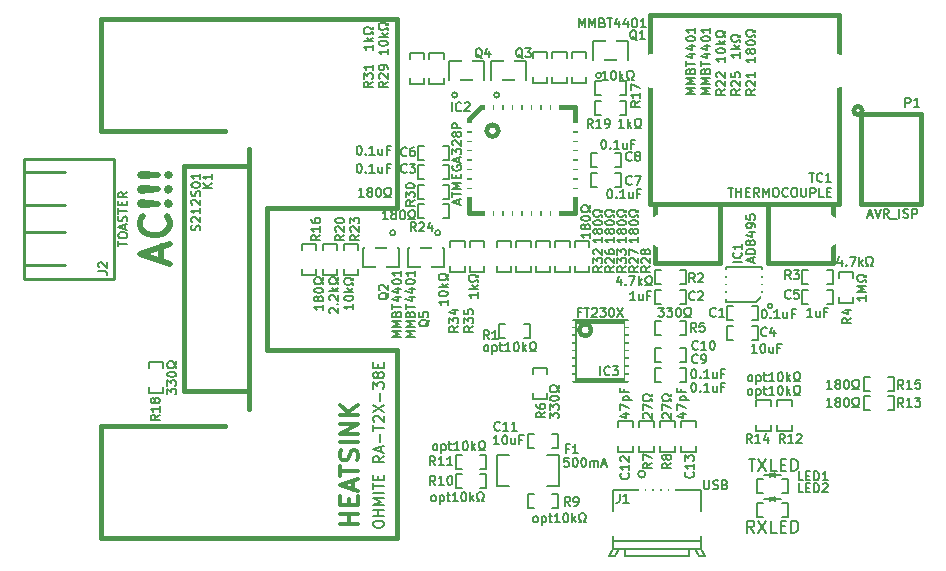
<source format=gto>
G04 (created by PCBNEW (2013-07-07 BZR 4022)-stable) date 11/5/2013 3:30:23 PM*
%MOIN*%
G04 Gerber Fmt 3.4, Leading zero omitted, Abs format*
%FSLAX34Y34*%
G01*
G70*
G90*
G04 APERTURE LIST*
%ADD10C,0.006*%
%ADD11C,0.02*%
%ADD12C,0.015*%
%ADD13C,0.00590551*%
%ADD14C,0.00787402*%
%ADD15C,0.005*%
%ADD16C,0.01*%
%ADD17C,0.0079*%
%ADD18C,0.012*%
%ADD19C,0.008*%
%ADD20C,0.0847*%
%ADD21C,0.0769*%
%ADD22C,0.1044*%
%ADD23R,0.0651X0.0257*%
%ADD24R,0.0257X0.0651*%
%ADD25C,0.1123*%
%ADD26R,0.0611X0.0198*%
%ADD27C,0.0768661*%
%ADD28R,0.0334646X0.0496063*%
%ADD29C,0.0650551*%
%ADD30C,0.12411*%
%ADD31R,0.0493071X0.0493071*%
%ADD32C,0.0532441*%
%ADD33R,0.0611181X0.021748*%
%ADD34R,0.021748X0.0611181*%
%ADD35R,0.0965512X0.0808031*%
%ADD36R,0.0768661X0.0808031*%
%ADD37R,0.0729291X0.0729291*%
%ADD38C,0.0729291*%
%ADD39R,0.0689921X0.0768661*%
%ADD40R,0.0335591X0.0335591*%
%ADD41C,0.0689921*%
%ADD42R,0.0847402X0.0847402*%
%ADD43C,0.0847402*%
%ADD44C,0.147732*%
G04 APERTURE END LIST*
G54D10*
G54D11*
X4569Y9347D02*
X4569Y9823D01*
X4854Y9252D02*
X3854Y9585D01*
X4854Y9919D01*
X4759Y10823D02*
X4807Y10776D01*
X4854Y10633D01*
X4854Y10538D01*
X4807Y10395D01*
X4711Y10300D01*
X4616Y10252D01*
X4426Y10204D01*
X4283Y10204D01*
X4092Y10252D01*
X3997Y10300D01*
X3902Y10395D01*
X3854Y10538D01*
X3854Y10633D01*
X3902Y10776D01*
X3950Y10823D01*
X4759Y11252D02*
X4807Y11300D01*
X4854Y11252D01*
X4807Y11204D01*
X4759Y11252D01*
X4854Y11252D01*
X4473Y11252D02*
X3902Y11204D01*
X3854Y11252D01*
X3902Y11300D01*
X4473Y11252D01*
X3854Y11252D01*
X4759Y11728D02*
X4807Y11776D01*
X4854Y11728D01*
X4807Y11680D01*
X4759Y11728D01*
X4854Y11728D01*
X4473Y11728D02*
X3902Y11680D01*
X3854Y11728D01*
X3902Y11776D01*
X4473Y11728D01*
X3854Y11728D01*
X4759Y12204D02*
X4807Y12252D01*
X4854Y12204D01*
X4807Y12157D01*
X4759Y12204D01*
X4854Y12204D01*
X4473Y12204D02*
X3902Y12157D01*
X3854Y12204D01*
X3902Y12252D01*
X4473Y12204D01*
X3854Y12204D01*
G54D12*
X2579Y3829D02*
X2579Y89D01*
X2579Y13671D02*
X2579Y17411D01*
X7500Y12490D02*
X7500Y13081D01*
X6713Y13671D02*
X2579Y13671D01*
X6713Y3829D02*
X2579Y3829D01*
X7500Y5010D02*
X7500Y4419D01*
X12421Y6388D02*
X12421Y89D01*
X12421Y11112D02*
X12421Y17411D01*
X8091Y11112D02*
X12421Y11112D01*
X8091Y11112D02*
X8091Y6388D01*
X8091Y6388D02*
X12421Y6388D01*
X12421Y17411D02*
X2579Y17411D01*
X2579Y89D02*
X12421Y89D01*
X7500Y5010D02*
X7500Y12490D01*
X7500Y12490D02*
X5335Y12490D01*
X5335Y12490D02*
X5335Y5010D01*
X5335Y5010D02*
X7500Y5010D01*
X15813Y13684D02*
G75*
G03X15813Y13684I-197J0D01*
G74*
G01*
X14828Y14078D02*
X15222Y14472D01*
X15222Y14472D02*
X18372Y14472D01*
X18372Y14472D02*
X18372Y10928D01*
X18372Y10928D02*
X14828Y10928D01*
X14828Y10928D02*
X14828Y14078D01*
X24787Y11228D02*
X24787Y9260D01*
X24787Y9260D02*
X26953Y9260D01*
X26953Y9260D02*
X26953Y11228D01*
X21047Y11228D02*
X21047Y9260D01*
X21047Y9260D02*
X23213Y9260D01*
X23213Y9260D02*
X23213Y11228D01*
X20850Y17528D02*
X20850Y11228D01*
X20850Y11228D02*
X27150Y11228D01*
X27150Y11228D02*
X27150Y17528D01*
X20850Y17528D02*
X27150Y17528D01*
X18905Y7039D02*
G75*
G03X18905Y7039I-197J0D01*
G74*
G01*
X20066Y7334D02*
X18334Y7334D01*
X18334Y7334D02*
X18334Y5366D01*
X18334Y5366D02*
X20066Y5366D01*
X20066Y5366D02*
X20066Y7334D01*
G54D13*
X18959Y16035D02*
X20140Y16035D01*
X20140Y16035D02*
X20140Y16664D01*
X20140Y16664D02*
X18959Y16664D01*
X18959Y16664D02*
X18959Y16035D01*
X19244Y15523D02*
G75*
G03X19244Y15523I-88J0D01*
G74*
G01*
X15559Y15385D02*
X16740Y15385D01*
X16740Y15385D02*
X16740Y16014D01*
X16740Y16014D02*
X15559Y16014D01*
X15559Y16014D02*
X15559Y15385D01*
X15844Y14873D02*
G75*
G03X15844Y14873I-88J0D01*
G74*
G01*
X14159Y15385D02*
X15340Y15385D01*
X15340Y15385D02*
X15340Y16014D01*
X15340Y16014D02*
X14159Y16014D01*
X14159Y16014D02*
X14159Y15385D01*
X14444Y14873D02*
G75*
G03X14444Y14873I-88J0D01*
G74*
G01*
X13990Y9764D02*
X12809Y9764D01*
X12809Y9764D02*
X12809Y9135D01*
X12809Y9135D02*
X13990Y9135D01*
X13990Y9135D02*
X13990Y9764D01*
X13881Y10276D02*
G75*
G03X13881Y10276I-88J0D01*
G74*
G01*
X12490Y9764D02*
X11309Y9764D01*
X11309Y9764D02*
X11309Y9135D01*
X11309Y9135D02*
X12490Y9135D01*
X12490Y9135D02*
X12490Y9764D01*
X12381Y10276D02*
G75*
G03X12381Y10276I-88J0D01*
G74*
G01*
X24944Y7841D02*
G75*
G03X24944Y7841I-78J0D01*
G74*
G01*
X24393Y7959D02*
X23409Y7959D01*
X24590Y8156D02*
X24590Y9140D01*
X24393Y7959D02*
X24590Y8156D01*
X24590Y9140D02*
X23409Y9140D01*
X23409Y9140D02*
X23409Y7959D01*
G54D14*
X19623Y1702D02*
X19623Y-266D01*
X22576Y-266D02*
X22576Y1702D01*
X20706Y2233D02*
G75*
G03X20706Y2233I-118J0D01*
G74*
G01*
X20017Y-266D02*
X20017Y-502D01*
X20017Y-502D02*
X22182Y-502D01*
X22182Y-502D02*
X22182Y-266D01*
X19820Y-266D02*
X19702Y-502D01*
X19623Y-266D02*
X19505Y-502D01*
X19505Y-502D02*
X19702Y-502D01*
X22379Y-266D02*
X22497Y-502D01*
X22576Y-266D02*
X22694Y-502D01*
X22694Y-502D02*
X22497Y-502D01*
X22576Y-266D02*
X19623Y-266D01*
G54D15*
X22576Y9D02*
X19623Y9D01*
G54D14*
X22576Y1702D02*
X19623Y1702D01*
G54D12*
X27941Y14350D02*
G75*
G03X27941Y14350I-141J0D01*
G74*
G01*
X29900Y14250D02*
X27900Y14250D01*
X27900Y14250D02*
X27900Y11250D01*
X27900Y11250D02*
X29900Y11250D01*
X29900Y11250D02*
X29900Y14250D01*
G54D14*
X17823Y2861D02*
X17823Y1838D01*
X17823Y1838D02*
X17429Y1838D01*
X17823Y2861D02*
X17429Y2861D01*
X15776Y1838D02*
X15776Y2861D01*
X15776Y2861D02*
X16170Y2861D01*
X15776Y1838D02*
X16170Y1838D01*
G54D15*
X24871Y2204D02*
X24674Y2204D01*
X25028Y2204D02*
X25225Y2204D01*
X24871Y2204D02*
X25028Y2283D01*
X25028Y2283D02*
X25028Y2125D01*
X25028Y2125D02*
X24871Y2204D01*
X24871Y2125D02*
X24871Y2283D01*
G54D14*
X24438Y1613D02*
X24438Y2086D01*
X24438Y2086D02*
X24635Y2086D01*
X24438Y1613D02*
X24635Y1613D01*
X25461Y2086D02*
X25461Y1613D01*
X25461Y1613D02*
X25264Y1613D01*
X25461Y2086D02*
X25264Y2086D01*
G54D15*
X24871Y1404D02*
X24674Y1404D01*
X25028Y1404D02*
X25225Y1404D01*
X24871Y1404D02*
X25028Y1483D01*
X25028Y1483D02*
X25028Y1325D01*
X25028Y1325D02*
X24871Y1404D01*
X24871Y1325D02*
X24871Y1483D01*
G54D14*
X24438Y813D02*
X24438Y1286D01*
X24438Y1286D02*
X24635Y1286D01*
X24438Y813D02*
X24635Y813D01*
X25461Y1286D02*
X25461Y813D01*
X25461Y813D02*
X25264Y813D01*
X25461Y1286D02*
X25264Y1286D01*
X9263Y9911D02*
X9736Y9911D01*
X9736Y9911D02*
X9736Y9714D01*
X9263Y9911D02*
X9263Y9714D01*
X9736Y8888D02*
X9263Y8888D01*
X9263Y8888D02*
X9263Y9085D01*
X9736Y8888D02*
X9736Y9085D01*
X22061Y5786D02*
X22061Y5313D01*
X22061Y5313D02*
X21864Y5313D01*
X22061Y5786D02*
X21864Y5786D01*
X21038Y5313D02*
X21038Y5786D01*
X21038Y5786D02*
X21235Y5786D01*
X21038Y5313D02*
X21235Y5313D01*
X22061Y6436D02*
X22061Y5963D01*
X22061Y5963D02*
X21864Y5963D01*
X22061Y6436D02*
X21864Y6436D01*
X21038Y5963D02*
X21038Y6436D01*
X21038Y6436D02*
X21235Y6436D01*
X21038Y5963D02*
X21235Y5963D01*
X17811Y3586D02*
X17811Y3113D01*
X17811Y3113D02*
X17614Y3113D01*
X17811Y3586D02*
X17614Y3586D01*
X16788Y3113D02*
X16788Y3586D01*
X16788Y3586D02*
X16985Y3586D01*
X16788Y3113D02*
X16985Y3113D01*
X26961Y9036D02*
X26961Y8563D01*
X26961Y8563D02*
X26764Y8563D01*
X26961Y9036D02*
X26764Y9036D01*
X25938Y8563D02*
X25938Y9036D01*
X25938Y9036D02*
X26135Y9036D01*
X25938Y8563D02*
X26135Y8563D01*
X27636Y7938D02*
X27163Y7938D01*
X27163Y7938D02*
X27163Y8135D01*
X27636Y7938D02*
X27636Y8135D01*
X27163Y8961D02*
X27636Y8961D01*
X27636Y8961D02*
X27636Y8764D01*
X27163Y8961D02*
X27163Y8764D01*
X19813Y4011D02*
X20286Y4011D01*
X20286Y4011D02*
X20286Y3814D01*
X19813Y4011D02*
X19813Y3814D01*
X20286Y2988D02*
X19813Y2988D01*
X19813Y2988D02*
X19813Y3185D01*
X20286Y2988D02*
X20286Y3185D01*
X14388Y2413D02*
X14388Y2886D01*
X14388Y2886D02*
X14585Y2886D01*
X14388Y2413D02*
X14585Y2413D01*
X15411Y2886D02*
X15411Y2413D01*
X15411Y2413D02*
X15214Y2413D01*
X15411Y2886D02*
X15214Y2886D01*
X14388Y1763D02*
X14388Y2236D01*
X14388Y2236D02*
X14585Y2236D01*
X14388Y1763D02*
X14585Y1763D01*
X15411Y2236D02*
X15411Y1763D01*
X15411Y1763D02*
X15214Y1763D01*
X15411Y2236D02*
X15214Y2236D01*
X24886Y3688D02*
X24413Y3688D01*
X24413Y3688D02*
X24413Y3885D01*
X24886Y3688D02*
X24886Y3885D01*
X24413Y4711D02*
X24886Y4711D01*
X24886Y4711D02*
X24886Y4514D01*
X24413Y4711D02*
X24413Y4514D01*
X25586Y3688D02*
X25113Y3688D01*
X25113Y3688D02*
X25113Y3885D01*
X25586Y3688D02*
X25586Y3885D01*
X25113Y4711D02*
X25586Y4711D01*
X25586Y4711D02*
X25586Y4514D01*
X25113Y4711D02*
X25113Y4514D01*
X20986Y2988D02*
X20513Y2988D01*
X20513Y2988D02*
X20513Y3185D01*
X20986Y2988D02*
X20986Y3185D01*
X20513Y4011D02*
X20986Y4011D01*
X20986Y4011D02*
X20986Y3814D01*
X20513Y4011D02*
X20513Y3814D01*
X21686Y2988D02*
X21213Y2988D01*
X21213Y2988D02*
X21213Y3185D01*
X21686Y2988D02*
X21686Y3185D01*
X21213Y4011D02*
X21686Y4011D01*
X21686Y4011D02*
X21686Y3814D01*
X21213Y4011D02*
X21213Y3814D01*
X24461Y7836D02*
X24461Y7363D01*
X24461Y7363D02*
X24264Y7363D01*
X24461Y7836D02*
X24264Y7836D01*
X23438Y7363D02*
X23438Y7836D01*
X23438Y7836D02*
X23635Y7836D01*
X23438Y7363D02*
X23635Y7363D01*
X21913Y4011D02*
X22386Y4011D01*
X22386Y4011D02*
X22386Y3814D01*
X21913Y4011D02*
X21913Y3814D01*
X22386Y2988D02*
X21913Y2988D01*
X21913Y2988D02*
X21913Y3185D01*
X22386Y2988D02*
X22386Y3185D01*
X15838Y6763D02*
X15838Y7236D01*
X15838Y7236D02*
X16035Y7236D01*
X15838Y6763D02*
X16035Y6763D01*
X16861Y7236D02*
X16861Y6763D01*
X16861Y6763D02*
X16664Y6763D01*
X16861Y7236D02*
X16664Y7236D01*
X21038Y6863D02*
X21038Y7336D01*
X21038Y7336D02*
X21235Y7336D01*
X21038Y6863D02*
X21235Y6863D01*
X22061Y7336D02*
X22061Y6863D01*
X22061Y6863D02*
X21864Y6863D01*
X22061Y7336D02*
X21864Y7336D01*
X16963Y5761D02*
X17436Y5761D01*
X17436Y5761D02*
X17436Y5564D01*
X16963Y5761D02*
X16963Y5564D01*
X17436Y4738D02*
X16963Y4738D01*
X16963Y4738D02*
X16963Y4935D01*
X17436Y4738D02*
X17436Y4935D01*
X21038Y8563D02*
X21038Y9036D01*
X21038Y9036D02*
X21235Y9036D01*
X21038Y8563D02*
X21235Y8563D01*
X22061Y9036D02*
X22061Y8563D01*
X22061Y8563D02*
X21864Y8563D01*
X22061Y9036D02*
X21864Y9036D01*
X26961Y8386D02*
X26961Y7913D01*
X26961Y7913D02*
X26764Y7913D01*
X26961Y8386D02*
X26764Y8386D01*
X25938Y7913D02*
X25938Y8386D01*
X25938Y8386D02*
X26135Y8386D01*
X25938Y7913D02*
X26135Y7913D01*
X22061Y8386D02*
X22061Y7913D01*
X22061Y7913D02*
X21864Y7913D01*
X22061Y8386D02*
X21864Y8386D01*
X21038Y7913D02*
X21038Y8386D01*
X21038Y8386D02*
X21235Y8386D01*
X21038Y7913D02*
X21235Y7913D01*
X24461Y7186D02*
X24461Y6713D01*
X24461Y6713D02*
X24264Y6713D01*
X24461Y7186D02*
X24264Y7186D01*
X23438Y6713D02*
X23438Y7186D01*
X23438Y7186D02*
X23635Y7186D01*
X23438Y6713D02*
X23635Y6713D01*
X15763Y10011D02*
X16236Y10011D01*
X16236Y10011D02*
X16236Y9814D01*
X15763Y10011D02*
X15763Y9814D01*
X16236Y8988D02*
X15763Y8988D01*
X15763Y8988D02*
X15763Y9185D01*
X16236Y8988D02*
X16236Y9185D01*
X11136Y8888D02*
X10663Y8888D01*
X10663Y8888D02*
X10663Y9085D01*
X11136Y8888D02*
X11136Y9085D01*
X10663Y9911D02*
X11136Y9911D01*
X11136Y9911D02*
X11136Y9714D01*
X10663Y9911D02*
X10663Y9714D01*
X27988Y5013D02*
X27988Y5486D01*
X27988Y5486D02*
X28185Y5486D01*
X27988Y5013D02*
X28185Y5013D01*
X29011Y5486D02*
X29011Y5013D01*
X29011Y5013D02*
X28814Y5013D01*
X29011Y5486D02*
X28814Y5486D01*
X27988Y4363D02*
X27988Y4836D01*
X27988Y4836D02*
X28185Y4836D01*
X27988Y4363D02*
X28185Y4363D01*
X29011Y4836D02*
X29011Y4363D01*
X29011Y4363D02*
X28814Y4363D01*
X29011Y4836D02*
X28814Y4836D01*
X10436Y8888D02*
X9963Y8888D01*
X9963Y8888D02*
X9963Y9085D01*
X10436Y8888D02*
X10436Y9085D01*
X9963Y9911D02*
X10436Y9911D01*
X10436Y9911D02*
X10436Y9714D01*
X9963Y9911D02*
X9963Y9714D01*
X18736Y15288D02*
X18263Y15288D01*
X18263Y15288D02*
X18263Y15485D01*
X18736Y15288D02*
X18736Y15485D01*
X18263Y16311D02*
X18736Y16311D01*
X18736Y16311D02*
X18736Y16114D01*
X18263Y16311D02*
X18263Y16114D01*
X19038Y14213D02*
X19038Y14686D01*
X19038Y14686D02*
X19235Y14686D01*
X19038Y14213D02*
X19235Y14213D01*
X20061Y14686D02*
X20061Y14213D01*
X20061Y14213D02*
X19864Y14213D01*
X20061Y14686D02*
X19864Y14686D01*
X19038Y14863D02*
X19038Y15336D01*
X19038Y15336D02*
X19235Y15336D01*
X19038Y14863D02*
X19235Y14863D01*
X20061Y15336D02*
X20061Y14863D01*
X20061Y14863D02*
X19864Y14863D01*
X20061Y15336D02*
X19864Y15336D01*
X14161Y11236D02*
X14161Y10763D01*
X14161Y10763D02*
X13964Y10763D01*
X14161Y11236D02*
X13964Y11236D01*
X13138Y10763D02*
X13138Y11236D01*
X13138Y11236D02*
X13335Y11236D01*
X13138Y10763D02*
X13335Y10763D01*
X16413Y10011D02*
X16886Y10011D01*
X16886Y10011D02*
X16886Y9814D01*
X16413Y10011D02*
X16413Y9814D01*
X16886Y8988D02*
X16413Y8988D01*
X16413Y8988D02*
X16413Y9185D01*
X16886Y8988D02*
X16886Y9185D01*
X17713Y10011D02*
X18186Y10011D01*
X18186Y10011D02*
X18186Y9814D01*
X17713Y10011D02*
X17713Y9814D01*
X18186Y8988D02*
X17713Y8988D01*
X17713Y8988D02*
X17713Y9185D01*
X18186Y8988D02*
X18186Y9185D01*
X18363Y10011D02*
X18836Y10011D01*
X18836Y10011D02*
X18836Y9814D01*
X18363Y10011D02*
X18363Y9814D01*
X18836Y8988D02*
X18363Y8988D01*
X18363Y8988D02*
X18363Y9185D01*
X18836Y8988D02*
X18836Y9185D01*
X14161Y11886D02*
X14161Y11413D01*
X14161Y11413D02*
X13964Y11413D01*
X14161Y11886D02*
X13964Y11886D01*
X13138Y11413D02*
X13138Y11886D01*
X13138Y11886D02*
X13335Y11886D01*
X13138Y11413D02*
X13335Y11413D01*
X17811Y1586D02*
X17811Y1113D01*
X17811Y1113D02*
X17614Y1113D01*
X17811Y1586D02*
X17614Y1586D01*
X16788Y1113D02*
X16788Y1586D01*
X16788Y1586D02*
X16985Y1586D01*
X16788Y1113D02*
X16985Y1113D01*
X17063Y10011D02*
X17536Y10011D01*
X17536Y10011D02*
X17536Y9814D01*
X17063Y10011D02*
X17063Y9814D01*
X17536Y8988D02*
X17063Y8988D01*
X17063Y8988D02*
X17063Y9185D01*
X17536Y8988D02*
X17536Y9185D01*
X17613Y16311D02*
X18086Y16311D01*
X18086Y16311D02*
X18086Y16114D01*
X17613Y16311D02*
X17613Y16114D01*
X18086Y15288D02*
X17613Y15288D01*
X17613Y15288D02*
X17613Y15485D01*
X18086Y15288D02*
X18086Y15485D01*
X16963Y16311D02*
X17436Y16311D01*
X17436Y16311D02*
X17436Y16114D01*
X16963Y16311D02*
X16963Y16114D01*
X17436Y15288D02*
X16963Y15288D01*
X16963Y15288D02*
X16963Y15485D01*
X17436Y15288D02*
X17436Y15485D01*
X12863Y16261D02*
X13336Y16261D01*
X13336Y16261D02*
X13336Y16064D01*
X12863Y16261D02*
X12863Y16064D01*
X13336Y15238D02*
X12863Y15238D01*
X12863Y15238D02*
X12863Y15435D01*
X13336Y15238D02*
X13336Y15435D01*
X13513Y16261D02*
X13986Y16261D01*
X13986Y16261D02*
X13986Y16064D01*
X13513Y16261D02*
X13513Y16064D01*
X13986Y15238D02*
X13513Y15238D01*
X13513Y15238D02*
X13513Y15435D01*
X13986Y15238D02*
X13986Y15435D01*
X15336Y8988D02*
X14863Y8988D01*
X14863Y8988D02*
X14863Y9185D01*
X15336Y8988D02*
X15336Y9185D01*
X14863Y10011D02*
X15336Y10011D01*
X15336Y10011D02*
X15336Y9814D01*
X14863Y10011D02*
X14863Y9814D01*
X14686Y8988D02*
X14213Y8988D01*
X14213Y8988D02*
X14213Y9185D01*
X14686Y8988D02*
X14686Y9185D01*
X14213Y10011D02*
X14686Y10011D01*
X14686Y10011D02*
X14686Y9814D01*
X14213Y10011D02*
X14213Y9814D01*
X4636Y4938D02*
X4163Y4938D01*
X4163Y4938D02*
X4163Y5135D01*
X4636Y4938D02*
X4636Y5135D01*
X4163Y5961D02*
X4636Y5961D01*
X4636Y5961D02*
X4636Y5764D01*
X4163Y5961D02*
X4163Y5764D01*
X19911Y12936D02*
X19911Y12463D01*
X19911Y12463D02*
X19714Y12463D01*
X19911Y12936D02*
X19714Y12936D01*
X18888Y12463D02*
X18888Y12936D01*
X18888Y12936D02*
X19085Y12936D01*
X18888Y12463D02*
X19085Y12463D01*
X19911Y12286D02*
X19911Y11813D01*
X19911Y11813D02*
X19714Y11813D01*
X19911Y12286D02*
X19714Y12286D01*
X18888Y11813D02*
X18888Y12286D01*
X18888Y12286D02*
X19085Y12286D01*
X18888Y11813D02*
X19085Y11813D01*
X13138Y12713D02*
X13138Y13186D01*
X13138Y13186D02*
X13335Y13186D01*
X13138Y12713D02*
X13335Y12713D01*
X14161Y13186D02*
X14161Y12713D01*
X14161Y12713D02*
X13964Y12713D01*
X14161Y13186D02*
X13964Y13186D01*
X13138Y12063D02*
X13138Y12536D01*
X13138Y12536D02*
X13335Y12536D01*
X13138Y12063D02*
X13335Y12063D01*
X14161Y12536D02*
X14161Y12063D01*
X14161Y12063D02*
X13964Y12063D01*
X14161Y12536D02*
X13964Y12536D01*
G54D16*
X1350Y9200D02*
X0Y9200D01*
X1350Y10300D02*
X0Y10300D01*
X1350Y12300D02*
X0Y12300D01*
X1350Y11200D02*
X0Y11200D01*
X1350Y8750D02*
X0Y8750D01*
X0Y8750D02*
X0Y12750D01*
X0Y12750D02*
X1350Y12750D01*
X1350Y12750D02*
X3000Y12750D01*
X3000Y12750D02*
X3000Y8750D01*
X3000Y8750D02*
X1350Y8750D01*
G54D10*
X6271Y11778D02*
X5971Y11778D01*
X6271Y11950D02*
X6100Y11821D01*
X5971Y11950D02*
X6142Y11778D01*
X6271Y12235D02*
X6271Y12064D01*
X6271Y12150D02*
X5971Y12150D01*
X6014Y12121D01*
X6042Y12092D01*
X6057Y12064D01*
X5857Y10357D02*
X5871Y10400D01*
X5871Y10471D01*
X5857Y10500D01*
X5842Y10514D01*
X5814Y10528D01*
X5785Y10528D01*
X5757Y10514D01*
X5742Y10500D01*
X5728Y10471D01*
X5714Y10414D01*
X5700Y10385D01*
X5685Y10371D01*
X5657Y10357D01*
X5628Y10357D01*
X5600Y10371D01*
X5585Y10385D01*
X5571Y10414D01*
X5571Y10485D01*
X5585Y10528D01*
X5600Y10642D02*
X5585Y10657D01*
X5571Y10685D01*
X5571Y10757D01*
X5585Y10785D01*
X5600Y10800D01*
X5628Y10814D01*
X5657Y10814D01*
X5700Y10800D01*
X5871Y10628D01*
X5871Y10814D01*
X5871Y11100D02*
X5871Y10928D01*
X5871Y11014D02*
X5571Y11014D01*
X5614Y10985D01*
X5642Y10957D01*
X5657Y10928D01*
X5600Y11214D02*
X5585Y11228D01*
X5571Y11257D01*
X5571Y11328D01*
X5585Y11357D01*
X5600Y11371D01*
X5628Y11385D01*
X5657Y11385D01*
X5700Y11371D01*
X5871Y11200D01*
X5871Y11385D01*
X5857Y11500D02*
X5871Y11542D01*
X5871Y11614D01*
X5857Y11642D01*
X5842Y11657D01*
X5814Y11671D01*
X5785Y11671D01*
X5757Y11657D01*
X5742Y11642D01*
X5728Y11614D01*
X5714Y11557D01*
X5700Y11528D01*
X5685Y11514D01*
X5657Y11500D01*
X5628Y11500D01*
X5600Y11514D01*
X5585Y11528D01*
X5571Y11557D01*
X5571Y11628D01*
X5585Y11671D01*
X5571Y11857D02*
X5571Y11885D01*
X5585Y11914D01*
X5600Y11928D01*
X5628Y11942D01*
X5685Y11957D01*
X5757Y11957D01*
X5814Y11942D01*
X5842Y11928D01*
X5857Y11914D01*
X5871Y11885D01*
X5871Y11857D01*
X5857Y11828D01*
X5842Y11814D01*
X5814Y11800D01*
X5757Y11785D01*
X5685Y11785D01*
X5628Y11800D01*
X5600Y11814D01*
X5585Y11828D01*
X5571Y11857D01*
X5871Y12242D02*
X5871Y12071D01*
X5871Y12157D02*
X5571Y12157D01*
X5614Y12128D01*
X5642Y12099D01*
X5657Y12071D01*
G54D17*
X11639Y528D02*
X11639Y595D01*
X11656Y629D01*
X11689Y663D01*
X11757Y679D01*
X11875Y679D01*
X11942Y663D01*
X11976Y629D01*
X11993Y595D01*
X11993Y528D01*
X11976Y494D01*
X11942Y460D01*
X11875Y443D01*
X11757Y443D01*
X11689Y460D01*
X11656Y494D01*
X11639Y528D01*
X11993Y831D02*
X11639Y831D01*
X11807Y831D02*
X11807Y1033D01*
X11993Y1033D02*
X11639Y1033D01*
X11993Y1202D02*
X11639Y1202D01*
X11892Y1320D01*
X11639Y1438D01*
X11993Y1438D01*
X11993Y1607D02*
X11639Y1607D01*
X11639Y1724D02*
X11639Y1927D01*
X11993Y1826D02*
X11639Y1826D01*
X11807Y2045D02*
X11807Y2163D01*
X11993Y2213D02*
X11993Y2045D01*
X11639Y2045D01*
X11639Y2213D01*
X11993Y2837D02*
X11824Y2719D01*
X11993Y2635D02*
X11639Y2635D01*
X11639Y2770D01*
X11656Y2803D01*
X11673Y2820D01*
X11706Y2837D01*
X11757Y2837D01*
X11791Y2820D01*
X11807Y2803D01*
X11824Y2770D01*
X11824Y2635D01*
X11892Y2972D02*
X11892Y3140D01*
X11993Y2938D02*
X11639Y3056D01*
X11993Y3174D01*
X11858Y3292D02*
X11858Y3562D01*
X11639Y3680D02*
X11639Y3882D01*
X11993Y3781D02*
X11639Y3781D01*
X11673Y3983D02*
X11656Y4000D01*
X11639Y4034D01*
X11639Y4118D01*
X11656Y4152D01*
X11673Y4169D01*
X11706Y4186D01*
X11740Y4186D01*
X11791Y4169D01*
X11993Y3966D01*
X11993Y4186D01*
X11639Y4304D02*
X11993Y4540D01*
X11639Y4540D02*
X11993Y4304D01*
X11858Y4675D02*
X11858Y4944D01*
X11639Y5079D02*
X11639Y5298D01*
X11774Y5180D01*
X11774Y5231D01*
X11791Y5265D01*
X11807Y5281D01*
X11841Y5298D01*
X11925Y5298D01*
X11959Y5281D01*
X11976Y5265D01*
X11993Y5231D01*
X11993Y5130D01*
X11976Y5096D01*
X11959Y5079D01*
X11791Y5501D02*
X11774Y5467D01*
X11757Y5450D01*
X11723Y5433D01*
X11706Y5433D01*
X11673Y5450D01*
X11656Y5467D01*
X11639Y5501D01*
X11639Y5568D01*
X11656Y5602D01*
X11673Y5619D01*
X11706Y5635D01*
X11723Y5635D01*
X11757Y5619D01*
X11774Y5602D01*
X11791Y5568D01*
X11791Y5501D01*
X11807Y5467D01*
X11824Y5450D01*
X11858Y5433D01*
X11925Y5433D01*
X11959Y5450D01*
X11976Y5467D01*
X11993Y5501D01*
X11993Y5568D01*
X11976Y5602D01*
X11959Y5619D01*
X11925Y5635D01*
X11858Y5635D01*
X11824Y5619D01*
X11807Y5602D01*
X11791Y5568D01*
X11807Y5787D02*
X11807Y5905D01*
X11993Y5956D02*
X11993Y5787D01*
X11639Y5787D01*
X11639Y5956D01*
G54D18*
X11142Y578D02*
X10542Y578D01*
X10828Y578D02*
X10828Y921D01*
X11142Y921D02*
X10542Y921D01*
X10828Y1207D02*
X10828Y1407D01*
X11142Y1492D02*
X11142Y1207D01*
X10542Y1207D01*
X10542Y1492D01*
X10971Y1721D02*
X10971Y2007D01*
X11142Y1664D02*
X10542Y1864D01*
X11142Y2064D01*
X10542Y2178D02*
X10542Y2521D01*
X11142Y2350D02*
X10542Y2350D01*
X11114Y2692D02*
X11142Y2778D01*
X11142Y2921D01*
X11114Y2978D01*
X11085Y3007D01*
X11028Y3035D01*
X10971Y3035D01*
X10914Y3007D01*
X10885Y2978D01*
X10857Y2921D01*
X10828Y2807D01*
X10800Y2750D01*
X10771Y2721D01*
X10714Y2692D01*
X10657Y2692D01*
X10600Y2721D01*
X10571Y2750D01*
X10542Y2807D01*
X10542Y2950D01*
X10571Y3035D01*
X11142Y3292D02*
X10542Y3292D01*
X11142Y3578D02*
X10542Y3578D01*
X11142Y3921D01*
X10542Y3921D01*
X11142Y4207D02*
X10542Y4207D01*
X11142Y4550D02*
X10800Y4292D01*
X10542Y4550D02*
X10885Y4207D01*
G54D10*
X14257Y14328D02*
X14257Y14628D01*
X14571Y14357D02*
X14557Y14342D01*
X14514Y14328D01*
X14485Y14328D01*
X14442Y14342D01*
X14414Y14371D01*
X14400Y14400D01*
X14385Y14457D01*
X14385Y14500D01*
X14400Y14557D01*
X14414Y14585D01*
X14442Y14614D01*
X14485Y14628D01*
X14514Y14628D01*
X14557Y14614D01*
X14571Y14600D01*
X14685Y14600D02*
X14700Y14614D01*
X14728Y14628D01*
X14800Y14628D01*
X14828Y14614D01*
X14842Y14600D01*
X14857Y14571D01*
X14857Y14542D01*
X14842Y14500D01*
X14671Y14328D01*
X14857Y14328D01*
X14485Y11250D02*
X14485Y11392D01*
X14571Y11221D02*
X14271Y11321D01*
X14571Y11421D01*
X14271Y11478D02*
X14271Y11650D01*
X14571Y11564D02*
X14271Y11564D01*
X14571Y11750D02*
X14271Y11750D01*
X14485Y11850D01*
X14271Y11950D01*
X14571Y11950D01*
X14414Y12092D02*
X14414Y12192D01*
X14571Y12235D02*
X14571Y12092D01*
X14271Y12092D01*
X14271Y12235D01*
X14285Y12521D02*
X14271Y12492D01*
X14271Y12450D01*
X14285Y12407D01*
X14314Y12378D01*
X14342Y12364D01*
X14400Y12350D01*
X14442Y12350D01*
X14500Y12364D01*
X14528Y12378D01*
X14557Y12407D01*
X14571Y12450D01*
X14571Y12478D01*
X14557Y12521D01*
X14542Y12535D01*
X14442Y12535D01*
X14442Y12478D01*
X14485Y12650D02*
X14485Y12792D01*
X14571Y12621D02*
X14271Y12721D01*
X14571Y12821D01*
X14271Y12892D02*
X14271Y13078D01*
X14385Y12978D01*
X14385Y13021D01*
X14400Y13050D01*
X14414Y13064D01*
X14442Y13078D01*
X14514Y13078D01*
X14542Y13064D01*
X14557Y13050D01*
X14571Y13021D01*
X14571Y12935D01*
X14557Y12907D01*
X14542Y12892D01*
X14300Y13192D02*
X14285Y13207D01*
X14271Y13235D01*
X14271Y13307D01*
X14285Y13335D01*
X14300Y13350D01*
X14328Y13364D01*
X14357Y13364D01*
X14400Y13350D01*
X14571Y13178D01*
X14571Y13364D01*
X14400Y13535D02*
X14385Y13507D01*
X14371Y13492D01*
X14342Y13478D01*
X14328Y13478D01*
X14300Y13492D01*
X14285Y13507D01*
X14271Y13535D01*
X14271Y13592D01*
X14285Y13621D01*
X14300Y13635D01*
X14328Y13650D01*
X14342Y13650D01*
X14371Y13635D01*
X14385Y13621D01*
X14400Y13592D01*
X14400Y13535D01*
X14414Y13507D01*
X14428Y13492D01*
X14457Y13478D01*
X14514Y13478D01*
X14542Y13492D01*
X14557Y13507D01*
X14571Y13535D01*
X14571Y13592D01*
X14557Y13621D01*
X14542Y13635D01*
X14514Y13650D01*
X14457Y13650D01*
X14428Y13635D01*
X14414Y13621D01*
X14400Y13592D01*
X14571Y13778D02*
X14271Y13778D01*
X14271Y13892D01*
X14285Y13921D01*
X14300Y13935D01*
X14328Y13950D01*
X14371Y13950D01*
X14400Y13935D01*
X14414Y13921D01*
X14428Y13892D01*
X14428Y13778D01*
X26171Y12278D02*
X26342Y12278D01*
X26257Y11978D02*
X26257Y12278D01*
X26614Y12007D02*
X26600Y11992D01*
X26557Y11978D01*
X26528Y11978D01*
X26485Y11992D01*
X26457Y12021D01*
X26442Y12050D01*
X26428Y12107D01*
X26428Y12150D01*
X26442Y12207D01*
X26457Y12235D01*
X26485Y12264D01*
X26528Y12278D01*
X26557Y12278D01*
X26600Y12264D01*
X26614Y12250D01*
X26900Y11978D02*
X26728Y11978D01*
X26814Y11978D02*
X26814Y12278D01*
X26785Y12235D01*
X26757Y12207D01*
X26728Y12192D01*
X23471Y11778D02*
X23642Y11778D01*
X23557Y11478D02*
X23557Y11778D01*
X23742Y11478D02*
X23742Y11778D01*
X23742Y11635D02*
X23914Y11635D01*
X23914Y11478D02*
X23914Y11778D01*
X24057Y11635D02*
X24157Y11635D01*
X24200Y11478D02*
X24057Y11478D01*
X24057Y11778D01*
X24200Y11778D01*
X24500Y11478D02*
X24400Y11621D01*
X24328Y11478D02*
X24328Y11778D01*
X24442Y11778D01*
X24471Y11764D01*
X24485Y11750D01*
X24500Y11721D01*
X24500Y11678D01*
X24485Y11650D01*
X24471Y11635D01*
X24442Y11621D01*
X24328Y11621D01*
X24628Y11478D02*
X24628Y11778D01*
X24728Y11564D01*
X24828Y11778D01*
X24828Y11478D01*
X25028Y11778D02*
X25085Y11778D01*
X25114Y11764D01*
X25142Y11735D01*
X25157Y11678D01*
X25157Y11578D01*
X25142Y11521D01*
X25114Y11492D01*
X25085Y11478D01*
X25028Y11478D01*
X25000Y11492D01*
X24971Y11521D01*
X24957Y11578D01*
X24957Y11678D01*
X24971Y11735D01*
X25000Y11764D01*
X25028Y11778D01*
X25457Y11507D02*
X25442Y11492D01*
X25400Y11478D01*
X25371Y11478D01*
X25328Y11492D01*
X25300Y11521D01*
X25285Y11550D01*
X25271Y11607D01*
X25271Y11650D01*
X25285Y11707D01*
X25300Y11735D01*
X25328Y11764D01*
X25371Y11778D01*
X25400Y11778D01*
X25442Y11764D01*
X25457Y11750D01*
X25642Y11778D02*
X25700Y11778D01*
X25728Y11764D01*
X25757Y11735D01*
X25771Y11678D01*
X25771Y11578D01*
X25757Y11521D01*
X25728Y11492D01*
X25700Y11478D01*
X25642Y11478D01*
X25614Y11492D01*
X25585Y11521D01*
X25571Y11578D01*
X25571Y11678D01*
X25585Y11735D01*
X25614Y11764D01*
X25642Y11778D01*
X25900Y11778D02*
X25900Y11535D01*
X25914Y11507D01*
X25928Y11492D01*
X25957Y11478D01*
X26014Y11478D01*
X26042Y11492D01*
X26057Y11507D01*
X26071Y11535D01*
X26071Y11778D01*
X26214Y11478D02*
X26214Y11778D01*
X26328Y11778D01*
X26357Y11764D01*
X26371Y11750D01*
X26385Y11721D01*
X26385Y11678D01*
X26371Y11650D01*
X26357Y11635D01*
X26328Y11621D01*
X26214Y11621D01*
X26657Y11478D02*
X26514Y11478D01*
X26514Y11778D01*
X26757Y11635D02*
X26857Y11635D01*
X26900Y11478D02*
X26757Y11478D01*
X26757Y11778D01*
X26900Y11778D01*
X19207Y5528D02*
X19207Y5828D01*
X19521Y5557D02*
X19507Y5542D01*
X19464Y5528D01*
X19435Y5528D01*
X19392Y5542D01*
X19364Y5571D01*
X19350Y5600D01*
X19335Y5657D01*
X19335Y5700D01*
X19350Y5757D01*
X19364Y5785D01*
X19392Y5814D01*
X19435Y5828D01*
X19464Y5828D01*
X19507Y5814D01*
X19521Y5800D01*
X19621Y5828D02*
X19807Y5828D01*
X19707Y5714D01*
X19750Y5714D01*
X19778Y5700D01*
X19792Y5685D01*
X19807Y5657D01*
X19807Y5585D01*
X19792Y5557D01*
X19778Y5542D01*
X19750Y5528D01*
X19664Y5528D01*
X19635Y5542D01*
X19621Y5557D01*
X18557Y7635D02*
X18457Y7635D01*
X18457Y7478D02*
X18457Y7778D01*
X18600Y7778D01*
X18671Y7778D02*
X18842Y7778D01*
X18757Y7478D02*
X18757Y7778D01*
X18928Y7750D02*
X18942Y7764D01*
X18971Y7778D01*
X19042Y7778D01*
X19071Y7764D01*
X19085Y7750D01*
X19100Y7721D01*
X19100Y7692D01*
X19085Y7650D01*
X18914Y7478D01*
X19100Y7478D01*
X19200Y7778D02*
X19385Y7778D01*
X19285Y7664D01*
X19328Y7664D01*
X19357Y7650D01*
X19371Y7635D01*
X19385Y7607D01*
X19385Y7535D01*
X19371Y7507D01*
X19357Y7492D01*
X19328Y7478D01*
X19242Y7478D01*
X19214Y7492D01*
X19200Y7507D01*
X19571Y7778D02*
X19600Y7778D01*
X19628Y7764D01*
X19642Y7750D01*
X19657Y7721D01*
X19671Y7664D01*
X19671Y7592D01*
X19657Y7535D01*
X19642Y7507D01*
X19628Y7492D01*
X19600Y7478D01*
X19571Y7478D01*
X19542Y7492D01*
X19528Y7507D01*
X19514Y7535D01*
X19500Y7592D01*
X19500Y7664D01*
X19514Y7721D01*
X19528Y7750D01*
X19542Y7764D01*
X19571Y7778D01*
X19771Y7778D02*
X19971Y7478D01*
X19971Y7778D02*
X19771Y7478D01*
X20421Y16700D02*
X20392Y16714D01*
X20364Y16742D01*
X20321Y16785D01*
X20292Y16800D01*
X20264Y16800D01*
X20278Y16728D02*
X20250Y16742D01*
X20221Y16771D01*
X20207Y16828D01*
X20207Y16928D01*
X20221Y16985D01*
X20250Y17014D01*
X20278Y17028D01*
X20335Y17028D01*
X20364Y17014D01*
X20392Y16985D01*
X20407Y16928D01*
X20407Y16828D01*
X20392Y16771D01*
X20364Y16742D01*
X20335Y16728D01*
X20278Y16728D01*
X20692Y16728D02*
X20521Y16728D01*
X20607Y16728D02*
X20607Y17028D01*
X20578Y16985D01*
X20550Y16957D01*
X20521Y16942D01*
X18492Y17128D02*
X18492Y17428D01*
X18592Y17214D01*
X18692Y17428D01*
X18692Y17128D01*
X18835Y17128D02*
X18835Y17428D01*
X18935Y17214D01*
X19035Y17428D01*
X19035Y17128D01*
X19278Y17285D02*
X19321Y17271D01*
X19335Y17257D01*
X19350Y17228D01*
X19350Y17185D01*
X19335Y17157D01*
X19321Y17142D01*
X19292Y17128D01*
X19178Y17128D01*
X19178Y17428D01*
X19278Y17428D01*
X19307Y17414D01*
X19321Y17400D01*
X19335Y17371D01*
X19335Y17342D01*
X19321Y17314D01*
X19307Y17300D01*
X19278Y17285D01*
X19178Y17285D01*
X19435Y17428D02*
X19607Y17428D01*
X19521Y17128D02*
X19521Y17428D01*
X19835Y17328D02*
X19835Y17128D01*
X19764Y17442D02*
X19692Y17228D01*
X19878Y17228D01*
X20121Y17328D02*
X20121Y17128D01*
X20050Y17442D02*
X19978Y17228D01*
X20164Y17228D01*
X20335Y17428D02*
X20364Y17428D01*
X20392Y17414D01*
X20407Y17400D01*
X20421Y17371D01*
X20435Y17314D01*
X20435Y17242D01*
X20421Y17185D01*
X20407Y17157D01*
X20392Y17142D01*
X20364Y17128D01*
X20335Y17128D01*
X20307Y17142D01*
X20292Y17157D01*
X20278Y17185D01*
X20264Y17242D01*
X20264Y17314D01*
X20278Y17371D01*
X20292Y17400D01*
X20307Y17414D01*
X20335Y17428D01*
X20721Y17128D02*
X20550Y17128D01*
X20635Y17128D02*
X20635Y17428D01*
X20607Y17385D01*
X20578Y17357D01*
X20550Y17342D01*
X16621Y16100D02*
X16592Y16114D01*
X16564Y16142D01*
X16521Y16185D01*
X16492Y16200D01*
X16464Y16200D01*
X16478Y16128D02*
X16450Y16142D01*
X16421Y16171D01*
X16407Y16228D01*
X16407Y16328D01*
X16421Y16385D01*
X16450Y16414D01*
X16478Y16428D01*
X16535Y16428D01*
X16564Y16414D01*
X16592Y16385D01*
X16607Y16328D01*
X16607Y16228D01*
X16592Y16171D01*
X16564Y16142D01*
X16535Y16128D01*
X16478Y16128D01*
X16707Y16428D02*
X16892Y16428D01*
X16792Y16314D01*
X16835Y16314D01*
X16864Y16300D01*
X16878Y16285D01*
X16892Y16257D01*
X16892Y16185D01*
X16878Y16157D01*
X16864Y16142D01*
X16835Y16128D01*
X16750Y16128D01*
X16721Y16142D01*
X16707Y16157D01*
X22871Y14892D02*
X22571Y14892D01*
X22785Y14992D01*
X22571Y15092D01*
X22871Y15092D01*
X22871Y15235D02*
X22571Y15235D01*
X22785Y15335D01*
X22571Y15435D01*
X22871Y15435D01*
X22714Y15678D02*
X22728Y15721D01*
X22742Y15735D01*
X22771Y15750D01*
X22814Y15750D01*
X22842Y15735D01*
X22857Y15721D01*
X22871Y15692D01*
X22871Y15578D01*
X22571Y15578D01*
X22571Y15678D01*
X22585Y15707D01*
X22600Y15721D01*
X22628Y15735D01*
X22657Y15735D01*
X22685Y15721D01*
X22700Y15707D01*
X22714Y15678D01*
X22714Y15578D01*
X22571Y15835D02*
X22571Y16007D01*
X22871Y15921D02*
X22571Y15921D01*
X22671Y16235D02*
X22871Y16235D01*
X22557Y16164D02*
X22771Y16092D01*
X22771Y16278D01*
X22671Y16521D02*
X22871Y16521D01*
X22557Y16450D02*
X22771Y16378D01*
X22771Y16564D01*
X22571Y16735D02*
X22571Y16764D01*
X22585Y16792D01*
X22600Y16807D01*
X22628Y16821D01*
X22685Y16835D01*
X22757Y16835D01*
X22814Y16821D01*
X22842Y16807D01*
X22857Y16792D01*
X22871Y16764D01*
X22871Y16735D01*
X22857Y16707D01*
X22842Y16692D01*
X22814Y16678D01*
X22757Y16664D01*
X22685Y16664D01*
X22628Y16678D01*
X22600Y16692D01*
X22585Y16707D01*
X22571Y16735D01*
X22871Y17121D02*
X22871Y16950D01*
X22871Y17035D02*
X22571Y17035D01*
X22614Y17007D01*
X22642Y16978D01*
X22657Y16950D01*
X15271Y16100D02*
X15242Y16114D01*
X15214Y16142D01*
X15171Y16185D01*
X15142Y16200D01*
X15114Y16200D01*
X15128Y16128D02*
X15100Y16142D01*
X15071Y16171D01*
X15057Y16228D01*
X15057Y16328D01*
X15071Y16385D01*
X15100Y16414D01*
X15128Y16428D01*
X15185Y16428D01*
X15214Y16414D01*
X15242Y16385D01*
X15257Y16328D01*
X15257Y16228D01*
X15242Y16171D01*
X15214Y16142D01*
X15185Y16128D01*
X15128Y16128D01*
X15514Y16328D02*
X15514Y16128D01*
X15442Y16442D02*
X15371Y16228D01*
X15557Y16228D01*
X22371Y14892D02*
X22071Y14892D01*
X22285Y14992D01*
X22071Y15092D01*
X22371Y15092D01*
X22371Y15235D02*
X22071Y15235D01*
X22285Y15335D01*
X22071Y15435D01*
X22371Y15435D01*
X22214Y15678D02*
X22228Y15721D01*
X22242Y15735D01*
X22271Y15750D01*
X22314Y15750D01*
X22342Y15735D01*
X22357Y15721D01*
X22371Y15692D01*
X22371Y15578D01*
X22071Y15578D01*
X22071Y15678D01*
X22085Y15707D01*
X22100Y15721D01*
X22128Y15735D01*
X22157Y15735D01*
X22185Y15721D01*
X22200Y15707D01*
X22214Y15678D01*
X22214Y15578D01*
X22071Y15835D02*
X22071Y16007D01*
X22371Y15921D02*
X22071Y15921D01*
X22171Y16235D02*
X22371Y16235D01*
X22057Y16164D02*
X22271Y16092D01*
X22271Y16278D01*
X22171Y16521D02*
X22371Y16521D01*
X22057Y16450D02*
X22271Y16378D01*
X22271Y16564D01*
X22071Y16735D02*
X22071Y16764D01*
X22085Y16792D01*
X22100Y16807D01*
X22128Y16821D01*
X22185Y16835D01*
X22257Y16835D01*
X22314Y16821D01*
X22342Y16807D01*
X22357Y16792D01*
X22371Y16764D01*
X22371Y16735D01*
X22357Y16707D01*
X22342Y16692D01*
X22314Y16678D01*
X22257Y16664D01*
X22185Y16664D01*
X22128Y16678D01*
X22100Y16692D01*
X22085Y16707D01*
X22071Y16735D01*
X22371Y17121D02*
X22371Y16950D01*
X22371Y17035D02*
X22071Y17035D01*
X22114Y17007D01*
X22142Y16978D01*
X22157Y16950D01*
X13500Y7371D02*
X13485Y7342D01*
X13457Y7314D01*
X13414Y7271D01*
X13400Y7242D01*
X13400Y7214D01*
X13471Y7228D02*
X13457Y7200D01*
X13428Y7171D01*
X13371Y7157D01*
X13271Y7157D01*
X13214Y7171D01*
X13185Y7200D01*
X13171Y7228D01*
X13171Y7285D01*
X13185Y7314D01*
X13214Y7342D01*
X13271Y7357D01*
X13371Y7357D01*
X13428Y7342D01*
X13457Y7314D01*
X13471Y7285D01*
X13471Y7228D01*
X13171Y7628D02*
X13171Y7485D01*
X13314Y7471D01*
X13300Y7485D01*
X13285Y7514D01*
X13285Y7585D01*
X13300Y7614D01*
X13314Y7628D01*
X13342Y7642D01*
X13414Y7642D01*
X13442Y7628D01*
X13457Y7614D01*
X13471Y7585D01*
X13471Y7514D01*
X13457Y7485D01*
X13442Y7471D01*
X13021Y6792D02*
X12721Y6792D01*
X12935Y6892D01*
X12721Y6992D01*
X13021Y6992D01*
X13021Y7135D02*
X12721Y7135D01*
X12935Y7235D01*
X12721Y7335D01*
X13021Y7335D01*
X12864Y7578D02*
X12878Y7621D01*
X12892Y7635D01*
X12921Y7650D01*
X12964Y7650D01*
X12992Y7635D01*
X13007Y7621D01*
X13021Y7592D01*
X13021Y7478D01*
X12721Y7478D01*
X12721Y7578D01*
X12735Y7607D01*
X12750Y7621D01*
X12778Y7635D01*
X12807Y7635D01*
X12835Y7621D01*
X12850Y7607D01*
X12864Y7578D01*
X12864Y7478D01*
X12721Y7735D02*
X12721Y7907D01*
X13021Y7821D02*
X12721Y7821D01*
X12821Y8135D02*
X13021Y8135D01*
X12707Y8064D02*
X12921Y7992D01*
X12921Y8178D01*
X12821Y8421D02*
X13021Y8421D01*
X12707Y8350D02*
X12921Y8278D01*
X12921Y8464D01*
X12721Y8635D02*
X12721Y8664D01*
X12735Y8692D01*
X12750Y8707D01*
X12778Y8721D01*
X12835Y8735D01*
X12907Y8735D01*
X12964Y8721D01*
X12992Y8707D01*
X13007Y8692D01*
X13021Y8664D01*
X13021Y8635D01*
X13007Y8607D01*
X12992Y8592D01*
X12964Y8578D01*
X12907Y8564D01*
X12835Y8564D01*
X12778Y8578D01*
X12750Y8592D01*
X12735Y8607D01*
X12721Y8635D01*
X13021Y9021D02*
X13021Y8850D01*
X13021Y8935D02*
X12721Y8935D01*
X12764Y8907D01*
X12792Y8878D01*
X12807Y8850D01*
X12150Y8271D02*
X12135Y8242D01*
X12107Y8214D01*
X12064Y8171D01*
X12050Y8142D01*
X12050Y8114D01*
X12121Y8128D02*
X12107Y8100D01*
X12078Y8071D01*
X12021Y8057D01*
X11921Y8057D01*
X11864Y8071D01*
X11835Y8100D01*
X11821Y8128D01*
X11821Y8185D01*
X11835Y8214D01*
X11864Y8242D01*
X11921Y8257D01*
X12021Y8257D01*
X12078Y8242D01*
X12107Y8214D01*
X12121Y8185D01*
X12121Y8128D01*
X11850Y8371D02*
X11835Y8385D01*
X11821Y8414D01*
X11821Y8485D01*
X11835Y8514D01*
X11850Y8528D01*
X11878Y8542D01*
X11907Y8542D01*
X11950Y8528D01*
X12121Y8357D01*
X12121Y8542D01*
X12571Y6792D02*
X12271Y6792D01*
X12485Y6892D01*
X12271Y6992D01*
X12571Y6992D01*
X12571Y7135D02*
X12271Y7135D01*
X12485Y7235D01*
X12271Y7335D01*
X12571Y7335D01*
X12414Y7578D02*
X12428Y7621D01*
X12442Y7635D01*
X12471Y7650D01*
X12514Y7650D01*
X12542Y7635D01*
X12557Y7621D01*
X12571Y7592D01*
X12571Y7478D01*
X12271Y7478D01*
X12271Y7578D01*
X12285Y7607D01*
X12300Y7621D01*
X12328Y7635D01*
X12357Y7635D01*
X12385Y7621D01*
X12400Y7607D01*
X12414Y7578D01*
X12414Y7478D01*
X12271Y7735D02*
X12271Y7907D01*
X12571Y7821D02*
X12271Y7821D01*
X12371Y8135D02*
X12571Y8135D01*
X12257Y8064D02*
X12471Y7992D01*
X12471Y8178D01*
X12371Y8421D02*
X12571Y8421D01*
X12257Y8350D02*
X12471Y8278D01*
X12471Y8464D01*
X12271Y8635D02*
X12271Y8664D01*
X12285Y8692D01*
X12300Y8707D01*
X12328Y8721D01*
X12385Y8735D01*
X12457Y8735D01*
X12514Y8721D01*
X12542Y8707D01*
X12557Y8692D01*
X12571Y8664D01*
X12571Y8635D01*
X12557Y8607D01*
X12542Y8592D01*
X12514Y8578D01*
X12457Y8564D01*
X12385Y8564D01*
X12328Y8578D01*
X12300Y8592D01*
X12285Y8607D01*
X12271Y8635D01*
X12571Y9021D02*
X12571Y8850D01*
X12571Y8935D02*
X12271Y8935D01*
X12314Y8907D01*
X12342Y8878D01*
X12357Y8850D01*
X23921Y9307D02*
X23621Y9307D01*
X23892Y9621D02*
X23907Y9607D01*
X23921Y9564D01*
X23921Y9535D01*
X23907Y9492D01*
X23878Y9464D01*
X23850Y9450D01*
X23792Y9435D01*
X23750Y9435D01*
X23692Y9450D01*
X23664Y9464D01*
X23635Y9492D01*
X23621Y9535D01*
X23621Y9564D01*
X23635Y9607D01*
X23650Y9621D01*
X23921Y9907D02*
X23921Y9735D01*
X23921Y9821D02*
X23621Y9821D01*
X23664Y9792D01*
X23692Y9764D01*
X23707Y9735D01*
X24285Y9307D02*
X24285Y9450D01*
X24371Y9278D02*
X24071Y9378D01*
X24371Y9478D01*
X24371Y9578D02*
X24071Y9578D01*
X24071Y9650D01*
X24085Y9692D01*
X24114Y9721D01*
X24142Y9735D01*
X24200Y9750D01*
X24242Y9750D01*
X24300Y9735D01*
X24328Y9721D01*
X24357Y9692D01*
X24371Y9650D01*
X24371Y9578D01*
X24200Y9921D02*
X24185Y9892D01*
X24171Y9878D01*
X24142Y9864D01*
X24128Y9864D01*
X24100Y9878D01*
X24085Y9892D01*
X24071Y9921D01*
X24071Y9978D01*
X24085Y10007D01*
X24100Y10021D01*
X24128Y10035D01*
X24142Y10035D01*
X24171Y10021D01*
X24185Y10007D01*
X24200Y9978D01*
X24200Y9921D01*
X24214Y9892D01*
X24228Y9878D01*
X24257Y9864D01*
X24314Y9864D01*
X24342Y9878D01*
X24357Y9892D01*
X24371Y9921D01*
X24371Y9978D01*
X24357Y10007D01*
X24342Y10021D01*
X24314Y10035D01*
X24257Y10035D01*
X24228Y10021D01*
X24214Y10007D01*
X24200Y9978D01*
X24171Y10292D02*
X24371Y10292D01*
X24057Y10221D02*
X24271Y10150D01*
X24271Y10335D01*
X24371Y10464D02*
X24371Y10521D01*
X24357Y10550D01*
X24342Y10564D01*
X24300Y10592D01*
X24242Y10607D01*
X24128Y10607D01*
X24100Y10592D01*
X24085Y10578D01*
X24071Y10550D01*
X24071Y10492D01*
X24085Y10464D01*
X24100Y10450D01*
X24128Y10435D01*
X24200Y10435D01*
X24228Y10450D01*
X24242Y10464D01*
X24257Y10492D01*
X24257Y10550D01*
X24242Y10578D01*
X24228Y10592D01*
X24200Y10607D01*
X24071Y10878D02*
X24071Y10735D01*
X24214Y10721D01*
X24200Y10735D01*
X24185Y10764D01*
X24185Y10835D01*
X24200Y10864D01*
X24214Y10878D01*
X24242Y10892D01*
X24314Y10892D01*
X24342Y10878D01*
X24357Y10864D01*
X24371Y10835D01*
X24371Y10764D01*
X24357Y10735D01*
X24342Y10721D01*
X19850Y1578D02*
X19850Y1364D01*
X19835Y1321D01*
X19807Y1292D01*
X19764Y1278D01*
X19735Y1278D01*
X20150Y1278D02*
X19978Y1278D01*
X20064Y1278D02*
X20064Y1578D01*
X20035Y1535D01*
X20007Y1507D01*
X19978Y1492D01*
X22671Y2028D02*
X22671Y1785D01*
X22685Y1757D01*
X22700Y1742D01*
X22728Y1728D01*
X22785Y1728D01*
X22814Y1742D01*
X22828Y1757D01*
X22842Y1785D01*
X22842Y2028D01*
X22971Y1742D02*
X23014Y1728D01*
X23085Y1728D01*
X23114Y1742D01*
X23128Y1757D01*
X23142Y1785D01*
X23142Y1814D01*
X23128Y1842D01*
X23114Y1857D01*
X23085Y1871D01*
X23028Y1885D01*
X23000Y1900D01*
X22985Y1914D01*
X22971Y1942D01*
X22971Y1971D01*
X22985Y2000D01*
X23000Y2014D01*
X23028Y2028D01*
X23100Y2028D01*
X23142Y2014D01*
X23371Y1885D02*
X23414Y1871D01*
X23428Y1857D01*
X23442Y1828D01*
X23442Y1785D01*
X23428Y1757D01*
X23414Y1742D01*
X23385Y1728D01*
X23271Y1728D01*
X23271Y2028D01*
X23371Y2028D01*
X23400Y2014D01*
X23414Y2000D01*
X23428Y1971D01*
X23428Y1942D01*
X23414Y1914D01*
X23400Y1900D01*
X23371Y1885D01*
X23271Y1885D01*
X29378Y14478D02*
X29378Y14778D01*
X29492Y14778D01*
X29521Y14764D01*
X29535Y14750D01*
X29550Y14721D01*
X29550Y14678D01*
X29535Y14650D01*
X29521Y14635D01*
X29492Y14621D01*
X29378Y14621D01*
X29835Y14478D02*
X29664Y14478D01*
X29750Y14478D02*
X29750Y14778D01*
X29721Y14735D01*
X29692Y14707D01*
X29664Y14692D01*
X28121Y10864D02*
X28264Y10864D01*
X28092Y10778D02*
X28192Y11078D01*
X28292Y10778D01*
X28350Y11078D02*
X28450Y10778D01*
X28550Y11078D01*
X28821Y10778D02*
X28721Y10921D01*
X28650Y10778D02*
X28650Y11078D01*
X28764Y11078D01*
X28792Y11064D01*
X28807Y11050D01*
X28821Y11021D01*
X28821Y10978D01*
X28807Y10950D01*
X28792Y10935D01*
X28764Y10921D01*
X28650Y10921D01*
X28878Y10750D02*
X29107Y10750D01*
X29178Y10778D02*
X29178Y11078D01*
X29307Y10792D02*
X29350Y10778D01*
X29421Y10778D01*
X29450Y10792D01*
X29464Y10807D01*
X29478Y10835D01*
X29478Y10864D01*
X29464Y10892D01*
X29450Y10907D01*
X29421Y10921D01*
X29364Y10935D01*
X29335Y10950D01*
X29321Y10964D01*
X29307Y10992D01*
X29307Y11021D01*
X29321Y11050D01*
X29335Y11064D01*
X29364Y11078D01*
X29435Y11078D01*
X29478Y11064D01*
X29607Y10778D02*
X29607Y11078D01*
X29721Y11078D01*
X29750Y11064D01*
X29764Y11050D01*
X29778Y11021D01*
X29778Y10978D01*
X29764Y10950D01*
X29750Y10935D01*
X29721Y10921D01*
X29607Y10921D01*
X18150Y3085D02*
X18050Y3085D01*
X18050Y2928D02*
X18050Y3228D01*
X18192Y3228D01*
X18464Y2928D02*
X18292Y2928D01*
X18378Y2928D02*
X18378Y3228D01*
X18350Y3185D01*
X18321Y3157D01*
X18292Y3142D01*
X18157Y2778D02*
X18014Y2778D01*
X18000Y2635D01*
X18014Y2650D01*
X18042Y2664D01*
X18114Y2664D01*
X18142Y2650D01*
X18157Y2635D01*
X18171Y2607D01*
X18171Y2535D01*
X18157Y2507D01*
X18142Y2492D01*
X18114Y2478D01*
X18042Y2478D01*
X18014Y2492D01*
X18000Y2507D01*
X18357Y2778D02*
X18385Y2778D01*
X18414Y2764D01*
X18428Y2750D01*
X18442Y2721D01*
X18457Y2664D01*
X18457Y2592D01*
X18442Y2535D01*
X18428Y2507D01*
X18414Y2492D01*
X18385Y2478D01*
X18357Y2478D01*
X18328Y2492D01*
X18314Y2507D01*
X18300Y2535D01*
X18285Y2592D01*
X18285Y2664D01*
X18300Y2721D01*
X18314Y2750D01*
X18328Y2764D01*
X18357Y2778D01*
X18642Y2778D02*
X18671Y2778D01*
X18700Y2764D01*
X18714Y2750D01*
X18728Y2721D01*
X18742Y2664D01*
X18742Y2592D01*
X18728Y2535D01*
X18714Y2507D01*
X18700Y2492D01*
X18671Y2478D01*
X18642Y2478D01*
X18614Y2492D01*
X18600Y2507D01*
X18585Y2535D01*
X18571Y2592D01*
X18571Y2664D01*
X18585Y2721D01*
X18600Y2750D01*
X18614Y2764D01*
X18642Y2778D01*
X18871Y2478D02*
X18871Y2678D01*
X18871Y2650D02*
X18885Y2664D01*
X18914Y2678D01*
X18957Y2678D01*
X18985Y2664D01*
X19000Y2635D01*
X19000Y2478D01*
X19000Y2635D02*
X19014Y2664D01*
X19042Y2678D01*
X19085Y2678D01*
X19114Y2664D01*
X19128Y2635D01*
X19128Y2478D01*
X19257Y2564D02*
X19400Y2564D01*
X19228Y2478D02*
X19328Y2778D01*
X19428Y2478D01*
X25964Y2028D02*
X25821Y2028D01*
X25821Y2328D01*
X26064Y2185D02*
X26164Y2185D01*
X26207Y2028D02*
X26064Y2028D01*
X26064Y2328D01*
X26207Y2328D01*
X26335Y2028D02*
X26335Y2328D01*
X26407Y2328D01*
X26450Y2314D01*
X26478Y2285D01*
X26492Y2257D01*
X26507Y2200D01*
X26507Y2157D01*
X26492Y2100D01*
X26478Y2071D01*
X26450Y2042D01*
X26407Y2028D01*
X26335Y2028D01*
X26792Y2028D02*
X26621Y2028D01*
X26707Y2028D02*
X26707Y2328D01*
X26678Y2285D01*
X26650Y2257D01*
X26621Y2242D01*
G54D19*
X24152Y2738D02*
X24380Y2738D01*
X24266Y2338D02*
X24266Y2738D01*
X24476Y2738D02*
X24742Y2338D01*
X24742Y2738D02*
X24476Y2338D01*
X25085Y2338D02*
X24895Y2338D01*
X24895Y2738D01*
X25219Y2547D02*
X25352Y2547D01*
X25409Y2338D02*
X25219Y2338D01*
X25219Y2738D01*
X25409Y2738D01*
X25580Y2338D02*
X25580Y2738D01*
X25676Y2738D01*
X25733Y2719D01*
X25771Y2680D01*
X25790Y2642D01*
X25809Y2566D01*
X25809Y2509D01*
X25790Y2433D01*
X25771Y2395D01*
X25733Y2357D01*
X25676Y2338D01*
X25580Y2338D01*
G54D10*
X25964Y1628D02*
X25821Y1628D01*
X25821Y1928D01*
X26064Y1785D02*
X26164Y1785D01*
X26207Y1628D02*
X26064Y1628D01*
X26064Y1928D01*
X26207Y1928D01*
X26335Y1628D02*
X26335Y1928D01*
X26407Y1928D01*
X26450Y1914D01*
X26478Y1885D01*
X26492Y1857D01*
X26507Y1800D01*
X26507Y1757D01*
X26492Y1700D01*
X26478Y1671D01*
X26450Y1642D01*
X26407Y1628D01*
X26335Y1628D01*
X26621Y1900D02*
X26635Y1914D01*
X26664Y1928D01*
X26735Y1928D01*
X26764Y1914D01*
X26778Y1900D01*
X26792Y1871D01*
X26792Y1842D01*
X26778Y1800D01*
X26607Y1628D01*
X26792Y1628D01*
G54D19*
X24340Y288D02*
X24207Y478D01*
X24111Y288D02*
X24111Y688D01*
X24264Y688D01*
X24302Y669D01*
X24321Y650D01*
X24340Y611D01*
X24340Y554D01*
X24321Y516D01*
X24302Y497D01*
X24264Y478D01*
X24111Y478D01*
X24473Y688D02*
X24740Y288D01*
X24740Y688D02*
X24473Y288D01*
X25083Y288D02*
X24892Y288D01*
X24892Y688D01*
X25216Y497D02*
X25350Y497D01*
X25407Y288D02*
X25216Y288D01*
X25216Y688D01*
X25407Y688D01*
X25578Y288D02*
X25578Y688D01*
X25673Y688D01*
X25730Y669D01*
X25769Y630D01*
X25788Y592D01*
X25807Y516D01*
X25807Y459D01*
X25788Y383D01*
X25769Y345D01*
X25730Y307D01*
X25673Y288D01*
X25578Y288D01*
G54D10*
X9871Y10207D02*
X9728Y10107D01*
X9871Y10035D02*
X9571Y10035D01*
X9571Y10150D01*
X9585Y10178D01*
X9600Y10192D01*
X9628Y10207D01*
X9671Y10207D01*
X9700Y10192D01*
X9714Y10178D01*
X9728Y10150D01*
X9728Y10035D01*
X9871Y10492D02*
X9871Y10321D01*
X9871Y10407D02*
X9571Y10407D01*
X9614Y10378D01*
X9642Y10350D01*
X9657Y10321D01*
X9571Y10750D02*
X9571Y10692D01*
X9585Y10664D01*
X9600Y10650D01*
X9642Y10621D01*
X9700Y10607D01*
X9814Y10607D01*
X9842Y10621D01*
X9857Y10635D01*
X9871Y10664D01*
X9871Y10721D01*
X9857Y10750D01*
X9842Y10764D01*
X9814Y10778D01*
X9742Y10778D01*
X9714Y10764D01*
X9700Y10750D01*
X9685Y10721D01*
X9685Y10664D01*
X9700Y10635D01*
X9714Y10621D01*
X9742Y10607D01*
X9971Y7878D02*
X9971Y7707D01*
X9971Y7792D02*
X9671Y7792D01*
X9714Y7764D01*
X9742Y7735D01*
X9757Y7707D01*
X9800Y8050D02*
X9785Y8021D01*
X9771Y8007D01*
X9742Y7992D01*
X9728Y7992D01*
X9700Y8007D01*
X9685Y8021D01*
X9671Y8050D01*
X9671Y8107D01*
X9685Y8135D01*
X9700Y8150D01*
X9728Y8164D01*
X9742Y8164D01*
X9771Y8150D01*
X9785Y8135D01*
X9800Y8107D01*
X9800Y8050D01*
X9814Y8021D01*
X9828Y8007D01*
X9857Y7992D01*
X9914Y7992D01*
X9942Y8007D01*
X9957Y8021D01*
X9971Y8050D01*
X9971Y8107D01*
X9957Y8135D01*
X9942Y8150D01*
X9914Y8164D01*
X9857Y8164D01*
X9828Y8150D01*
X9814Y8135D01*
X9800Y8107D01*
X9671Y8350D02*
X9671Y8378D01*
X9685Y8407D01*
X9700Y8421D01*
X9728Y8435D01*
X9785Y8450D01*
X9857Y8450D01*
X9914Y8435D01*
X9942Y8421D01*
X9957Y8407D01*
X9971Y8378D01*
X9971Y8350D01*
X9957Y8321D01*
X9942Y8307D01*
X9914Y8292D01*
X9857Y8278D01*
X9785Y8278D01*
X9728Y8292D01*
X9700Y8307D01*
X9685Y8321D01*
X9671Y8350D01*
X9971Y8564D02*
X9971Y8635D01*
X9914Y8635D01*
X9900Y8607D01*
X9871Y8578D01*
X9828Y8564D01*
X9757Y8564D01*
X9714Y8578D01*
X9685Y8607D01*
X9671Y8650D01*
X9671Y8707D01*
X9685Y8750D01*
X9714Y8778D01*
X9757Y8792D01*
X9828Y8792D01*
X9871Y8778D01*
X9900Y8750D01*
X9914Y8721D01*
X9971Y8721D01*
X9971Y8792D01*
X22450Y5957D02*
X22435Y5942D01*
X22392Y5928D01*
X22364Y5928D01*
X22321Y5942D01*
X22292Y5971D01*
X22278Y6000D01*
X22264Y6057D01*
X22264Y6100D01*
X22278Y6157D01*
X22292Y6185D01*
X22321Y6214D01*
X22364Y6228D01*
X22392Y6228D01*
X22435Y6214D01*
X22450Y6200D01*
X22592Y5928D02*
X22650Y5928D01*
X22678Y5942D01*
X22692Y5957D01*
X22721Y6000D01*
X22735Y6057D01*
X22735Y6171D01*
X22721Y6200D01*
X22707Y6214D01*
X22678Y6228D01*
X22621Y6228D01*
X22592Y6214D01*
X22578Y6200D01*
X22564Y6171D01*
X22564Y6100D01*
X22578Y6071D01*
X22592Y6057D01*
X22621Y6042D01*
X22678Y6042D01*
X22707Y6057D01*
X22721Y6071D01*
X22735Y6100D01*
X22307Y5278D02*
X22335Y5278D01*
X22364Y5264D01*
X22378Y5250D01*
X22392Y5221D01*
X22407Y5164D01*
X22407Y5092D01*
X22392Y5035D01*
X22378Y5007D01*
X22364Y4992D01*
X22335Y4978D01*
X22307Y4978D01*
X22278Y4992D01*
X22264Y5007D01*
X22250Y5035D01*
X22235Y5092D01*
X22235Y5164D01*
X22250Y5221D01*
X22264Y5250D01*
X22278Y5264D01*
X22307Y5278D01*
X22535Y5007D02*
X22550Y4992D01*
X22535Y4978D01*
X22521Y4992D01*
X22535Y5007D01*
X22535Y4978D01*
X22835Y4978D02*
X22664Y4978D01*
X22750Y4978D02*
X22750Y5278D01*
X22721Y5235D01*
X22692Y5207D01*
X22664Y5192D01*
X23092Y5178D02*
X23092Y4978D01*
X22964Y5178D02*
X22964Y5021D01*
X22978Y4992D01*
X23007Y4978D01*
X23050Y4978D01*
X23078Y4992D01*
X23092Y5007D01*
X23335Y5135D02*
X23235Y5135D01*
X23235Y4978D02*
X23235Y5278D01*
X23378Y5278D01*
X22457Y6407D02*
X22442Y6392D01*
X22400Y6378D01*
X22371Y6378D01*
X22328Y6392D01*
X22300Y6421D01*
X22285Y6450D01*
X22271Y6507D01*
X22271Y6550D01*
X22285Y6607D01*
X22300Y6635D01*
X22328Y6664D01*
X22371Y6678D01*
X22400Y6678D01*
X22442Y6664D01*
X22457Y6650D01*
X22742Y6378D02*
X22571Y6378D01*
X22657Y6378D02*
X22657Y6678D01*
X22628Y6635D01*
X22600Y6607D01*
X22571Y6592D01*
X22928Y6678D02*
X22957Y6678D01*
X22985Y6664D01*
X23000Y6650D01*
X23014Y6621D01*
X23028Y6564D01*
X23028Y6492D01*
X23014Y6435D01*
X23000Y6407D01*
X22985Y6392D01*
X22957Y6378D01*
X22928Y6378D01*
X22900Y6392D01*
X22885Y6407D01*
X22871Y6435D01*
X22857Y6492D01*
X22857Y6564D01*
X22871Y6621D01*
X22885Y6650D01*
X22900Y6664D01*
X22928Y6678D01*
X22307Y5728D02*
X22335Y5728D01*
X22364Y5714D01*
X22378Y5700D01*
X22392Y5671D01*
X22407Y5614D01*
X22407Y5542D01*
X22392Y5485D01*
X22378Y5457D01*
X22364Y5442D01*
X22335Y5428D01*
X22307Y5428D01*
X22278Y5442D01*
X22264Y5457D01*
X22250Y5485D01*
X22235Y5542D01*
X22235Y5614D01*
X22250Y5671D01*
X22264Y5700D01*
X22278Y5714D01*
X22307Y5728D01*
X22535Y5457D02*
X22550Y5442D01*
X22535Y5428D01*
X22521Y5442D01*
X22535Y5457D01*
X22535Y5428D01*
X22835Y5428D02*
X22664Y5428D01*
X22750Y5428D02*
X22750Y5728D01*
X22721Y5685D01*
X22692Y5657D01*
X22664Y5642D01*
X23092Y5628D02*
X23092Y5428D01*
X22964Y5628D02*
X22964Y5471D01*
X22978Y5442D01*
X23007Y5428D01*
X23050Y5428D01*
X23078Y5442D01*
X23092Y5457D01*
X23335Y5585D02*
X23235Y5585D01*
X23235Y5428D02*
X23235Y5728D01*
X23378Y5728D01*
X15857Y3707D02*
X15842Y3692D01*
X15800Y3678D01*
X15771Y3678D01*
X15728Y3692D01*
X15700Y3721D01*
X15685Y3750D01*
X15671Y3807D01*
X15671Y3850D01*
X15685Y3907D01*
X15700Y3935D01*
X15728Y3964D01*
X15771Y3978D01*
X15800Y3978D01*
X15842Y3964D01*
X15857Y3950D01*
X16142Y3678D02*
X15971Y3678D01*
X16057Y3678D02*
X16057Y3978D01*
X16028Y3935D01*
X16000Y3907D01*
X15971Y3892D01*
X16428Y3678D02*
X16257Y3678D01*
X16342Y3678D02*
X16342Y3978D01*
X16314Y3935D01*
X16285Y3907D01*
X16257Y3892D01*
X15828Y3228D02*
X15657Y3228D01*
X15742Y3228D02*
X15742Y3528D01*
X15714Y3485D01*
X15685Y3457D01*
X15657Y3442D01*
X16014Y3528D02*
X16042Y3528D01*
X16071Y3514D01*
X16085Y3500D01*
X16100Y3471D01*
X16114Y3414D01*
X16114Y3342D01*
X16100Y3285D01*
X16085Y3257D01*
X16071Y3242D01*
X16042Y3228D01*
X16014Y3228D01*
X15985Y3242D01*
X15971Y3257D01*
X15957Y3285D01*
X15942Y3342D01*
X15942Y3414D01*
X15957Y3471D01*
X15971Y3500D01*
X15985Y3514D01*
X16014Y3528D01*
X16371Y3428D02*
X16371Y3228D01*
X16242Y3428D02*
X16242Y3271D01*
X16257Y3242D01*
X16285Y3228D01*
X16328Y3228D01*
X16357Y3242D01*
X16371Y3257D01*
X16614Y3385D02*
X16514Y3385D01*
X16514Y3228D02*
X16514Y3528D01*
X16657Y3528D01*
X25550Y8728D02*
X25450Y8871D01*
X25378Y8728D02*
X25378Y9028D01*
X25492Y9028D01*
X25521Y9014D01*
X25535Y9000D01*
X25550Y8971D01*
X25550Y8928D01*
X25535Y8900D01*
X25521Y8885D01*
X25492Y8871D01*
X25378Y8871D01*
X25650Y9028D02*
X25835Y9028D01*
X25735Y8914D01*
X25778Y8914D01*
X25807Y8900D01*
X25821Y8885D01*
X25835Y8857D01*
X25835Y8785D01*
X25821Y8757D01*
X25807Y8742D01*
X25778Y8728D01*
X25692Y8728D01*
X25664Y8742D01*
X25650Y8757D01*
X27250Y9378D02*
X27250Y9178D01*
X27178Y9492D02*
X27107Y9278D01*
X27292Y9278D01*
X27407Y9207D02*
X27421Y9192D01*
X27407Y9178D01*
X27392Y9192D01*
X27407Y9207D01*
X27407Y9178D01*
X27521Y9478D02*
X27721Y9478D01*
X27592Y9178D01*
X27835Y9178D02*
X27835Y9478D01*
X27864Y9292D02*
X27950Y9178D01*
X27950Y9378D02*
X27835Y9264D01*
X28064Y9178D02*
X28135Y9178D01*
X28135Y9235D01*
X28107Y9250D01*
X28078Y9278D01*
X28064Y9321D01*
X28064Y9392D01*
X28078Y9435D01*
X28107Y9464D01*
X28150Y9478D01*
X28207Y9478D01*
X28250Y9464D01*
X28278Y9435D01*
X28292Y9392D01*
X28292Y9321D01*
X28278Y9278D01*
X28250Y9250D01*
X28221Y9235D01*
X28221Y9178D01*
X28292Y9178D01*
X27571Y7450D02*
X27428Y7350D01*
X27571Y7278D02*
X27271Y7278D01*
X27271Y7392D01*
X27285Y7421D01*
X27300Y7435D01*
X27328Y7450D01*
X27371Y7450D01*
X27400Y7435D01*
X27414Y7421D01*
X27428Y7392D01*
X27428Y7278D01*
X27371Y7707D02*
X27571Y7707D01*
X27257Y7635D02*
X27471Y7564D01*
X27471Y7750D01*
X28071Y8192D02*
X28071Y8021D01*
X28071Y8107D02*
X27771Y8107D01*
X27814Y8078D01*
X27842Y8050D01*
X27857Y8021D01*
X28071Y8321D02*
X27771Y8321D01*
X27985Y8421D01*
X27771Y8521D01*
X28071Y8521D01*
X28071Y8650D02*
X28071Y8721D01*
X28014Y8721D01*
X28000Y8692D01*
X27971Y8664D01*
X27928Y8650D01*
X27857Y8650D01*
X27814Y8664D01*
X27785Y8692D01*
X27771Y8735D01*
X27771Y8792D01*
X27785Y8835D01*
X27814Y8864D01*
X27857Y8878D01*
X27928Y8878D01*
X27971Y8864D01*
X28000Y8835D01*
X28014Y8807D01*
X28071Y8807D01*
X28071Y8878D01*
X20142Y2257D02*
X20157Y2242D01*
X20171Y2200D01*
X20171Y2171D01*
X20157Y2128D01*
X20128Y2100D01*
X20100Y2085D01*
X20042Y2071D01*
X20000Y2071D01*
X19942Y2085D01*
X19914Y2100D01*
X19885Y2128D01*
X19871Y2171D01*
X19871Y2200D01*
X19885Y2242D01*
X19900Y2257D01*
X20171Y2542D02*
X20171Y2371D01*
X20171Y2457D02*
X19871Y2457D01*
X19914Y2428D01*
X19942Y2400D01*
X19957Y2371D01*
X19900Y2657D02*
X19885Y2671D01*
X19871Y2700D01*
X19871Y2771D01*
X19885Y2800D01*
X19900Y2814D01*
X19928Y2828D01*
X19957Y2828D01*
X20000Y2814D01*
X20171Y2642D01*
X20171Y2828D01*
X19971Y4250D02*
X20171Y4250D01*
X19857Y4178D02*
X20071Y4107D01*
X20071Y4292D01*
X19871Y4378D02*
X19871Y4578D01*
X20171Y4450D01*
X19971Y4692D02*
X20271Y4692D01*
X19985Y4692D02*
X19971Y4721D01*
X19971Y4778D01*
X19985Y4807D01*
X20000Y4821D01*
X20028Y4835D01*
X20114Y4835D01*
X20142Y4821D01*
X20157Y4807D01*
X20171Y4778D01*
X20171Y4721D01*
X20157Y4692D01*
X20014Y5064D02*
X20014Y4964D01*
X20171Y4964D02*
X19871Y4964D01*
X19871Y5107D01*
X13707Y2528D02*
X13607Y2671D01*
X13535Y2528D02*
X13535Y2828D01*
X13650Y2828D01*
X13678Y2814D01*
X13692Y2800D01*
X13707Y2771D01*
X13707Y2728D01*
X13692Y2700D01*
X13678Y2685D01*
X13650Y2671D01*
X13535Y2671D01*
X13992Y2528D02*
X13821Y2528D01*
X13907Y2528D02*
X13907Y2828D01*
X13878Y2785D01*
X13850Y2757D01*
X13821Y2742D01*
X14278Y2528D02*
X14107Y2528D01*
X14192Y2528D02*
X14192Y2828D01*
X14164Y2785D01*
X14135Y2757D01*
X14107Y2742D01*
X13628Y1328D02*
X13600Y1342D01*
X13585Y1357D01*
X13571Y1385D01*
X13571Y1471D01*
X13585Y1500D01*
X13600Y1514D01*
X13628Y1528D01*
X13671Y1528D01*
X13700Y1514D01*
X13714Y1500D01*
X13728Y1471D01*
X13728Y1385D01*
X13714Y1357D01*
X13700Y1342D01*
X13671Y1328D01*
X13628Y1328D01*
X13857Y1528D02*
X13857Y1228D01*
X13857Y1514D02*
X13885Y1528D01*
X13942Y1528D01*
X13971Y1514D01*
X13985Y1500D01*
X14000Y1471D01*
X14000Y1385D01*
X13985Y1357D01*
X13971Y1342D01*
X13942Y1328D01*
X13885Y1328D01*
X13857Y1342D01*
X14085Y1528D02*
X14200Y1528D01*
X14128Y1628D02*
X14128Y1371D01*
X14142Y1342D01*
X14171Y1328D01*
X14200Y1328D01*
X14457Y1328D02*
X14285Y1328D01*
X14371Y1328D02*
X14371Y1628D01*
X14342Y1585D01*
X14314Y1557D01*
X14285Y1542D01*
X14642Y1628D02*
X14671Y1628D01*
X14700Y1614D01*
X14714Y1600D01*
X14728Y1571D01*
X14742Y1514D01*
X14742Y1442D01*
X14728Y1385D01*
X14714Y1357D01*
X14700Y1342D01*
X14671Y1328D01*
X14642Y1328D01*
X14614Y1342D01*
X14600Y1357D01*
X14585Y1385D01*
X14571Y1442D01*
X14571Y1514D01*
X14585Y1571D01*
X14600Y1600D01*
X14614Y1614D01*
X14642Y1628D01*
X14871Y1328D02*
X14871Y1628D01*
X14900Y1442D02*
X14985Y1328D01*
X14985Y1528D02*
X14871Y1414D01*
X15100Y1328D02*
X15171Y1328D01*
X15171Y1385D01*
X15142Y1400D01*
X15114Y1428D01*
X15100Y1471D01*
X15100Y1542D01*
X15114Y1585D01*
X15142Y1614D01*
X15185Y1628D01*
X15242Y1628D01*
X15285Y1614D01*
X15314Y1585D01*
X15328Y1542D01*
X15328Y1471D01*
X15314Y1428D01*
X15285Y1400D01*
X15257Y1385D01*
X15257Y1328D01*
X15328Y1328D01*
X13707Y1878D02*
X13607Y2021D01*
X13535Y1878D02*
X13535Y2178D01*
X13650Y2178D01*
X13678Y2164D01*
X13692Y2150D01*
X13707Y2121D01*
X13707Y2078D01*
X13692Y2050D01*
X13678Y2035D01*
X13650Y2021D01*
X13535Y2021D01*
X13992Y1878D02*
X13821Y1878D01*
X13907Y1878D02*
X13907Y2178D01*
X13878Y2135D01*
X13850Y2107D01*
X13821Y2092D01*
X14178Y2178D02*
X14207Y2178D01*
X14235Y2164D01*
X14250Y2150D01*
X14264Y2121D01*
X14278Y2064D01*
X14278Y1992D01*
X14264Y1935D01*
X14250Y1907D01*
X14235Y1892D01*
X14207Y1878D01*
X14178Y1878D01*
X14150Y1892D01*
X14135Y1907D01*
X14121Y1935D01*
X14107Y1992D01*
X14107Y2064D01*
X14121Y2121D01*
X14135Y2150D01*
X14150Y2164D01*
X14178Y2178D01*
X13678Y3028D02*
X13650Y3042D01*
X13635Y3057D01*
X13621Y3085D01*
X13621Y3171D01*
X13635Y3200D01*
X13650Y3214D01*
X13678Y3228D01*
X13721Y3228D01*
X13750Y3214D01*
X13764Y3200D01*
X13778Y3171D01*
X13778Y3085D01*
X13764Y3057D01*
X13750Y3042D01*
X13721Y3028D01*
X13678Y3028D01*
X13907Y3228D02*
X13907Y2928D01*
X13907Y3214D02*
X13935Y3228D01*
X13992Y3228D01*
X14021Y3214D01*
X14035Y3200D01*
X14050Y3171D01*
X14050Y3085D01*
X14035Y3057D01*
X14021Y3042D01*
X13992Y3028D01*
X13935Y3028D01*
X13907Y3042D01*
X14135Y3228D02*
X14250Y3228D01*
X14178Y3328D02*
X14178Y3071D01*
X14192Y3042D01*
X14221Y3028D01*
X14250Y3028D01*
X14507Y3028D02*
X14335Y3028D01*
X14421Y3028D02*
X14421Y3328D01*
X14392Y3285D01*
X14364Y3257D01*
X14335Y3242D01*
X14692Y3328D02*
X14721Y3328D01*
X14750Y3314D01*
X14764Y3300D01*
X14778Y3271D01*
X14792Y3214D01*
X14792Y3142D01*
X14778Y3085D01*
X14764Y3057D01*
X14750Y3042D01*
X14721Y3028D01*
X14692Y3028D01*
X14664Y3042D01*
X14650Y3057D01*
X14635Y3085D01*
X14621Y3142D01*
X14621Y3214D01*
X14635Y3271D01*
X14650Y3300D01*
X14664Y3314D01*
X14692Y3328D01*
X14921Y3028D02*
X14921Y3328D01*
X14950Y3142D02*
X15035Y3028D01*
X15035Y3228D02*
X14921Y3114D01*
X15150Y3028D02*
X15221Y3028D01*
X15221Y3085D01*
X15192Y3100D01*
X15164Y3128D01*
X15150Y3171D01*
X15150Y3242D01*
X15164Y3285D01*
X15192Y3314D01*
X15235Y3328D01*
X15292Y3328D01*
X15335Y3314D01*
X15364Y3285D01*
X15378Y3242D01*
X15378Y3171D01*
X15364Y3128D01*
X15335Y3100D01*
X15307Y3085D01*
X15307Y3028D01*
X15378Y3028D01*
X24257Y3278D02*
X24157Y3421D01*
X24085Y3278D02*
X24085Y3578D01*
X24200Y3578D01*
X24228Y3564D01*
X24242Y3550D01*
X24257Y3521D01*
X24257Y3478D01*
X24242Y3450D01*
X24228Y3435D01*
X24200Y3421D01*
X24085Y3421D01*
X24542Y3278D02*
X24371Y3278D01*
X24457Y3278D02*
X24457Y3578D01*
X24428Y3535D01*
X24400Y3507D01*
X24371Y3492D01*
X24800Y3478D02*
X24800Y3278D01*
X24728Y3592D02*
X24657Y3378D01*
X24842Y3378D01*
X24178Y5328D02*
X24150Y5342D01*
X24135Y5357D01*
X24121Y5385D01*
X24121Y5471D01*
X24135Y5500D01*
X24150Y5514D01*
X24178Y5528D01*
X24221Y5528D01*
X24250Y5514D01*
X24264Y5500D01*
X24278Y5471D01*
X24278Y5385D01*
X24264Y5357D01*
X24250Y5342D01*
X24221Y5328D01*
X24178Y5328D01*
X24407Y5528D02*
X24407Y5228D01*
X24407Y5514D02*
X24435Y5528D01*
X24492Y5528D01*
X24521Y5514D01*
X24535Y5500D01*
X24550Y5471D01*
X24550Y5385D01*
X24535Y5357D01*
X24521Y5342D01*
X24492Y5328D01*
X24435Y5328D01*
X24407Y5342D01*
X24635Y5528D02*
X24750Y5528D01*
X24678Y5628D02*
X24678Y5371D01*
X24692Y5342D01*
X24721Y5328D01*
X24750Y5328D01*
X25007Y5328D02*
X24835Y5328D01*
X24921Y5328D02*
X24921Y5628D01*
X24892Y5585D01*
X24864Y5557D01*
X24835Y5542D01*
X25192Y5628D02*
X25221Y5628D01*
X25250Y5614D01*
X25264Y5600D01*
X25278Y5571D01*
X25292Y5514D01*
X25292Y5442D01*
X25278Y5385D01*
X25264Y5357D01*
X25250Y5342D01*
X25221Y5328D01*
X25192Y5328D01*
X25164Y5342D01*
X25150Y5357D01*
X25135Y5385D01*
X25121Y5442D01*
X25121Y5514D01*
X25135Y5571D01*
X25150Y5600D01*
X25164Y5614D01*
X25192Y5628D01*
X25421Y5328D02*
X25421Y5628D01*
X25450Y5442D02*
X25535Y5328D01*
X25535Y5528D02*
X25421Y5414D01*
X25650Y5328D02*
X25721Y5328D01*
X25721Y5385D01*
X25692Y5400D01*
X25664Y5428D01*
X25650Y5471D01*
X25650Y5542D01*
X25664Y5585D01*
X25692Y5614D01*
X25735Y5628D01*
X25792Y5628D01*
X25835Y5614D01*
X25864Y5585D01*
X25878Y5542D01*
X25878Y5471D01*
X25864Y5428D01*
X25835Y5400D01*
X25807Y5385D01*
X25807Y5328D01*
X25878Y5328D01*
X25357Y3278D02*
X25257Y3421D01*
X25185Y3278D02*
X25185Y3578D01*
X25300Y3578D01*
X25328Y3564D01*
X25342Y3550D01*
X25357Y3521D01*
X25357Y3478D01*
X25342Y3450D01*
X25328Y3435D01*
X25300Y3421D01*
X25185Y3421D01*
X25642Y3278D02*
X25471Y3278D01*
X25557Y3278D02*
X25557Y3578D01*
X25528Y3535D01*
X25500Y3507D01*
X25471Y3492D01*
X25757Y3550D02*
X25771Y3564D01*
X25800Y3578D01*
X25871Y3578D01*
X25900Y3564D01*
X25914Y3550D01*
X25928Y3521D01*
X25928Y3492D01*
X25914Y3450D01*
X25742Y3278D01*
X25928Y3278D01*
X24178Y4878D02*
X24150Y4892D01*
X24135Y4907D01*
X24121Y4935D01*
X24121Y5021D01*
X24135Y5050D01*
X24150Y5064D01*
X24178Y5078D01*
X24221Y5078D01*
X24250Y5064D01*
X24264Y5050D01*
X24278Y5021D01*
X24278Y4935D01*
X24264Y4907D01*
X24250Y4892D01*
X24221Y4878D01*
X24178Y4878D01*
X24407Y5078D02*
X24407Y4778D01*
X24407Y5064D02*
X24435Y5078D01*
X24492Y5078D01*
X24521Y5064D01*
X24535Y5050D01*
X24550Y5021D01*
X24550Y4935D01*
X24535Y4907D01*
X24521Y4892D01*
X24492Y4878D01*
X24435Y4878D01*
X24407Y4892D01*
X24635Y5078D02*
X24750Y5078D01*
X24678Y5178D02*
X24678Y4921D01*
X24692Y4892D01*
X24721Y4878D01*
X24750Y4878D01*
X25007Y4878D02*
X24835Y4878D01*
X24921Y4878D02*
X24921Y5178D01*
X24892Y5135D01*
X24864Y5107D01*
X24835Y5092D01*
X25192Y5178D02*
X25221Y5178D01*
X25250Y5164D01*
X25264Y5150D01*
X25278Y5121D01*
X25292Y5064D01*
X25292Y4992D01*
X25278Y4935D01*
X25264Y4907D01*
X25250Y4892D01*
X25221Y4878D01*
X25192Y4878D01*
X25164Y4892D01*
X25150Y4907D01*
X25135Y4935D01*
X25121Y4992D01*
X25121Y5064D01*
X25135Y5121D01*
X25150Y5150D01*
X25164Y5164D01*
X25192Y5178D01*
X25421Y4878D02*
X25421Y5178D01*
X25450Y4992D02*
X25535Y4878D01*
X25535Y5078D02*
X25421Y4964D01*
X25650Y4878D02*
X25721Y4878D01*
X25721Y4935D01*
X25692Y4950D01*
X25664Y4978D01*
X25650Y5021D01*
X25650Y5092D01*
X25664Y5135D01*
X25692Y5164D01*
X25735Y5178D01*
X25792Y5178D01*
X25835Y5164D01*
X25864Y5135D01*
X25878Y5092D01*
X25878Y5021D01*
X25864Y4978D01*
X25835Y4950D01*
X25807Y4935D01*
X25807Y4878D01*
X25878Y4878D01*
X20921Y2600D02*
X20778Y2500D01*
X20921Y2428D02*
X20621Y2428D01*
X20621Y2542D01*
X20635Y2571D01*
X20650Y2585D01*
X20678Y2600D01*
X20721Y2600D01*
X20750Y2585D01*
X20764Y2571D01*
X20778Y2542D01*
X20778Y2428D01*
X20621Y2700D02*
X20621Y2900D01*
X20921Y2771D01*
X20650Y4100D02*
X20635Y4114D01*
X20621Y4142D01*
X20621Y4214D01*
X20635Y4242D01*
X20650Y4257D01*
X20678Y4271D01*
X20707Y4271D01*
X20750Y4257D01*
X20921Y4085D01*
X20921Y4271D01*
X20621Y4371D02*
X20621Y4571D01*
X20921Y4442D01*
X20921Y4671D02*
X20921Y4742D01*
X20864Y4742D01*
X20850Y4714D01*
X20821Y4685D01*
X20778Y4671D01*
X20707Y4671D01*
X20664Y4685D01*
X20635Y4714D01*
X20621Y4757D01*
X20621Y4814D01*
X20635Y4857D01*
X20664Y4885D01*
X20707Y4900D01*
X20778Y4900D01*
X20821Y4885D01*
X20850Y4857D01*
X20864Y4828D01*
X20921Y4828D01*
X20921Y4900D01*
X21571Y2600D02*
X21428Y2500D01*
X21571Y2428D02*
X21271Y2428D01*
X21271Y2542D01*
X21285Y2571D01*
X21300Y2585D01*
X21328Y2600D01*
X21371Y2600D01*
X21400Y2585D01*
X21414Y2571D01*
X21428Y2542D01*
X21428Y2428D01*
X21400Y2771D02*
X21385Y2742D01*
X21371Y2728D01*
X21342Y2714D01*
X21328Y2714D01*
X21300Y2728D01*
X21285Y2742D01*
X21271Y2771D01*
X21271Y2828D01*
X21285Y2857D01*
X21300Y2871D01*
X21328Y2885D01*
X21342Y2885D01*
X21371Y2871D01*
X21385Y2857D01*
X21400Y2828D01*
X21400Y2771D01*
X21414Y2742D01*
X21428Y2728D01*
X21457Y2714D01*
X21514Y2714D01*
X21542Y2728D01*
X21557Y2742D01*
X21571Y2771D01*
X21571Y2828D01*
X21557Y2857D01*
X21542Y2871D01*
X21514Y2885D01*
X21457Y2885D01*
X21428Y2871D01*
X21414Y2857D01*
X21400Y2828D01*
X21300Y4100D02*
X21285Y4114D01*
X21271Y4142D01*
X21271Y4214D01*
X21285Y4242D01*
X21300Y4257D01*
X21328Y4271D01*
X21357Y4271D01*
X21400Y4257D01*
X21571Y4085D01*
X21571Y4271D01*
X21271Y4371D02*
X21271Y4571D01*
X21571Y4442D01*
X21571Y4671D02*
X21571Y4742D01*
X21514Y4742D01*
X21500Y4714D01*
X21471Y4685D01*
X21428Y4671D01*
X21357Y4671D01*
X21314Y4685D01*
X21285Y4714D01*
X21271Y4757D01*
X21271Y4814D01*
X21285Y4857D01*
X21314Y4885D01*
X21357Y4900D01*
X21428Y4900D01*
X21471Y4885D01*
X21500Y4857D01*
X21514Y4828D01*
X21571Y4828D01*
X21571Y4900D01*
X23050Y7507D02*
X23035Y7492D01*
X22992Y7478D01*
X22964Y7478D01*
X22921Y7492D01*
X22892Y7521D01*
X22878Y7550D01*
X22864Y7607D01*
X22864Y7650D01*
X22878Y7707D01*
X22892Y7735D01*
X22921Y7764D01*
X22964Y7778D01*
X22992Y7778D01*
X23035Y7764D01*
X23050Y7750D01*
X23335Y7478D02*
X23164Y7478D01*
X23250Y7478D02*
X23250Y7778D01*
X23221Y7735D01*
X23192Y7707D01*
X23164Y7692D01*
X24657Y7728D02*
X24685Y7728D01*
X24714Y7714D01*
X24728Y7700D01*
X24742Y7671D01*
X24757Y7614D01*
X24757Y7542D01*
X24742Y7485D01*
X24728Y7457D01*
X24714Y7442D01*
X24685Y7428D01*
X24657Y7428D01*
X24628Y7442D01*
X24614Y7457D01*
X24600Y7485D01*
X24585Y7542D01*
X24585Y7614D01*
X24600Y7671D01*
X24614Y7700D01*
X24628Y7714D01*
X24657Y7728D01*
X24885Y7457D02*
X24900Y7442D01*
X24885Y7428D01*
X24871Y7442D01*
X24885Y7457D01*
X24885Y7428D01*
X25185Y7428D02*
X25014Y7428D01*
X25100Y7428D02*
X25100Y7728D01*
X25071Y7685D01*
X25042Y7657D01*
X25014Y7642D01*
X25442Y7628D02*
X25442Y7428D01*
X25314Y7628D02*
X25314Y7471D01*
X25328Y7442D01*
X25357Y7428D01*
X25400Y7428D01*
X25428Y7442D01*
X25442Y7457D01*
X25685Y7585D02*
X25585Y7585D01*
X25585Y7428D02*
X25585Y7728D01*
X25728Y7728D01*
X22302Y2297D02*
X22317Y2282D01*
X22331Y2240D01*
X22331Y2211D01*
X22317Y2168D01*
X22288Y2140D01*
X22260Y2125D01*
X22202Y2111D01*
X22160Y2111D01*
X22102Y2125D01*
X22074Y2140D01*
X22045Y2168D01*
X22031Y2211D01*
X22031Y2240D01*
X22045Y2282D01*
X22060Y2297D01*
X22331Y2582D02*
X22331Y2411D01*
X22331Y2497D02*
X22031Y2497D01*
X22074Y2468D01*
X22102Y2440D01*
X22117Y2411D01*
X22031Y2682D02*
X22031Y2868D01*
X22145Y2768D01*
X22145Y2811D01*
X22160Y2840D01*
X22174Y2854D01*
X22202Y2868D01*
X22274Y2868D01*
X22302Y2854D01*
X22317Y2840D01*
X22331Y2811D01*
X22331Y2725D01*
X22317Y2697D01*
X22302Y2682D01*
X21871Y4250D02*
X22071Y4250D01*
X21757Y4178D02*
X21971Y4107D01*
X21971Y4292D01*
X21771Y4378D02*
X21771Y4578D01*
X22071Y4450D01*
X21871Y4692D02*
X22171Y4692D01*
X21885Y4692D02*
X21871Y4721D01*
X21871Y4778D01*
X21885Y4807D01*
X21900Y4821D01*
X21928Y4835D01*
X22014Y4835D01*
X22042Y4821D01*
X22057Y4807D01*
X22071Y4778D01*
X22071Y4721D01*
X22057Y4692D01*
X21914Y5064D02*
X21914Y4964D01*
X22071Y4964D02*
X21771Y4964D01*
X21771Y5107D01*
X15500Y6728D02*
X15400Y6871D01*
X15328Y6728D02*
X15328Y7028D01*
X15442Y7028D01*
X15471Y7014D01*
X15485Y7000D01*
X15500Y6971D01*
X15500Y6928D01*
X15485Y6900D01*
X15471Y6885D01*
X15442Y6871D01*
X15328Y6871D01*
X15785Y6728D02*
X15614Y6728D01*
X15700Y6728D02*
X15700Y7028D01*
X15671Y6985D01*
X15642Y6957D01*
X15614Y6942D01*
X15378Y6328D02*
X15350Y6342D01*
X15335Y6357D01*
X15321Y6385D01*
X15321Y6471D01*
X15335Y6500D01*
X15350Y6514D01*
X15378Y6528D01*
X15421Y6528D01*
X15450Y6514D01*
X15464Y6500D01*
X15478Y6471D01*
X15478Y6385D01*
X15464Y6357D01*
X15450Y6342D01*
X15421Y6328D01*
X15378Y6328D01*
X15607Y6528D02*
X15607Y6228D01*
X15607Y6514D02*
X15635Y6528D01*
X15692Y6528D01*
X15721Y6514D01*
X15735Y6500D01*
X15750Y6471D01*
X15750Y6385D01*
X15735Y6357D01*
X15721Y6342D01*
X15692Y6328D01*
X15635Y6328D01*
X15607Y6342D01*
X15835Y6528D02*
X15950Y6528D01*
X15878Y6628D02*
X15878Y6371D01*
X15892Y6342D01*
X15921Y6328D01*
X15950Y6328D01*
X16207Y6328D02*
X16035Y6328D01*
X16121Y6328D02*
X16121Y6628D01*
X16092Y6585D01*
X16064Y6557D01*
X16035Y6542D01*
X16392Y6628D02*
X16421Y6628D01*
X16450Y6614D01*
X16464Y6600D01*
X16478Y6571D01*
X16492Y6514D01*
X16492Y6442D01*
X16478Y6385D01*
X16464Y6357D01*
X16450Y6342D01*
X16421Y6328D01*
X16392Y6328D01*
X16364Y6342D01*
X16350Y6357D01*
X16335Y6385D01*
X16321Y6442D01*
X16321Y6514D01*
X16335Y6571D01*
X16350Y6600D01*
X16364Y6614D01*
X16392Y6628D01*
X16621Y6328D02*
X16621Y6628D01*
X16650Y6442D02*
X16735Y6328D01*
X16735Y6528D02*
X16621Y6414D01*
X16850Y6328D02*
X16921Y6328D01*
X16921Y6385D01*
X16892Y6400D01*
X16864Y6428D01*
X16850Y6471D01*
X16850Y6542D01*
X16864Y6585D01*
X16892Y6614D01*
X16935Y6628D01*
X16992Y6628D01*
X17035Y6614D01*
X17064Y6585D01*
X17078Y6542D01*
X17078Y6471D01*
X17064Y6428D01*
X17035Y6400D01*
X17007Y6385D01*
X17007Y6328D01*
X17078Y6328D01*
X22400Y6978D02*
X22300Y7121D01*
X22228Y6978D02*
X22228Y7278D01*
X22342Y7278D01*
X22371Y7264D01*
X22385Y7250D01*
X22400Y7221D01*
X22400Y7178D01*
X22385Y7150D01*
X22371Y7135D01*
X22342Y7121D01*
X22228Y7121D01*
X22671Y7278D02*
X22528Y7278D01*
X22514Y7135D01*
X22528Y7150D01*
X22557Y7164D01*
X22628Y7164D01*
X22657Y7150D01*
X22671Y7135D01*
X22685Y7107D01*
X22685Y7035D01*
X22671Y7007D01*
X22657Y6992D01*
X22628Y6978D01*
X22557Y6978D01*
X22528Y6992D01*
X22514Y7007D01*
X21142Y7778D02*
X21328Y7778D01*
X21228Y7664D01*
X21271Y7664D01*
X21300Y7650D01*
X21314Y7635D01*
X21328Y7607D01*
X21328Y7535D01*
X21314Y7507D01*
X21300Y7492D01*
X21271Y7478D01*
X21185Y7478D01*
X21157Y7492D01*
X21142Y7507D01*
X21428Y7778D02*
X21614Y7778D01*
X21514Y7664D01*
X21557Y7664D01*
X21585Y7650D01*
X21600Y7635D01*
X21614Y7607D01*
X21614Y7535D01*
X21600Y7507D01*
X21585Y7492D01*
X21557Y7478D01*
X21471Y7478D01*
X21442Y7492D01*
X21428Y7507D01*
X21800Y7778D02*
X21828Y7778D01*
X21857Y7764D01*
X21871Y7750D01*
X21885Y7721D01*
X21900Y7664D01*
X21900Y7592D01*
X21885Y7535D01*
X21871Y7507D01*
X21857Y7492D01*
X21828Y7478D01*
X21800Y7478D01*
X21771Y7492D01*
X21757Y7507D01*
X21742Y7535D01*
X21728Y7592D01*
X21728Y7664D01*
X21742Y7721D01*
X21757Y7750D01*
X21771Y7764D01*
X21800Y7778D01*
X22014Y7478D02*
X22085Y7478D01*
X22085Y7535D01*
X22057Y7550D01*
X22028Y7578D01*
X22014Y7621D01*
X22014Y7692D01*
X22028Y7735D01*
X22057Y7764D01*
X22100Y7778D01*
X22157Y7778D01*
X22200Y7764D01*
X22228Y7735D01*
X22242Y7692D01*
X22242Y7621D01*
X22228Y7578D01*
X22200Y7550D01*
X22171Y7535D01*
X22171Y7478D01*
X22242Y7478D01*
X17371Y4300D02*
X17228Y4200D01*
X17371Y4128D02*
X17071Y4128D01*
X17071Y4242D01*
X17085Y4271D01*
X17100Y4285D01*
X17128Y4300D01*
X17171Y4300D01*
X17200Y4285D01*
X17214Y4271D01*
X17228Y4242D01*
X17228Y4128D01*
X17071Y4557D02*
X17071Y4500D01*
X17085Y4471D01*
X17100Y4457D01*
X17142Y4428D01*
X17200Y4414D01*
X17314Y4414D01*
X17342Y4428D01*
X17357Y4442D01*
X17371Y4471D01*
X17371Y4528D01*
X17357Y4557D01*
X17342Y4571D01*
X17314Y4585D01*
X17242Y4585D01*
X17214Y4571D01*
X17200Y4557D01*
X17185Y4528D01*
X17185Y4471D01*
X17200Y4442D01*
X17214Y4428D01*
X17242Y4414D01*
X17521Y4092D02*
X17521Y4278D01*
X17635Y4178D01*
X17635Y4221D01*
X17650Y4250D01*
X17664Y4264D01*
X17692Y4278D01*
X17764Y4278D01*
X17792Y4264D01*
X17807Y4250D01*
X17821Y4221D01*
X17821Y4135D01*
X17807Y4107D01*
X17792Y4092D01*
X17521Y4378D02*
X17521Y4564D01*
X17635Y4464D01*
X17635Y4507D01*
X17650Y4535D01*
X17664Y4550D01*
X17692Y4564D01*
X17764Y4564D01*
X17792Y4550D01*
X17807Y4535D01*
X17821Y4507D01*
X17821Y4421D01*
X17807Y4392D01*
X17792Y4378D01*
X17521Y4750D02*
X17521Y4778D01*
X17535Y4807D01*
X17550Y4821D01*
X17578Y4835D01*
X17635Y4850D01*
X17707Y4850D01*
X17764Y4835D01*
X17792Y4821D01*
X17807Y4807D01*
X17821Y4778D01*
X17821Y4750D01*
X17807Y4721D01*
X17792Y4707D01*
X17764Y4692D01*
X17707Y4678D01*
X17635Y4678D01*
X17578Y4692D01*
X17550Y4707D01*
X17535Y4721D01*
X17521Y4750D01*
X17821Y4964D02*
X17821Y5035D01*
X17764Y5035D01*
X17750Y5007D01*
X17721Y4978D01*
X17678Y4964D01*
X17607Y4964D01*
X17564Y4978D01*
X17535Y5007D01*
X17521Y5050D01*
X17521Y5107D01*
X17535Y5150D01*
X17564Y5178D01*
X17607Y5192D01*
X17678Y5192D01*
X17721Y5178D01*
X17750Y5150D01*
X17764Y5121D01*
X17821Y5121D01*
X17821Y5192D01*
X22350Y8628D02*
X22250Y8771D01*
X22178Y8628D02*
X22178Y8928D01*
X22292Y8928D01*
X22321Y8914D01*
X22335Y8900D01*
X22350Y8871D01*
X22350Y8828D01*
X22335Y8800D01*
X22321Y8785D01*
X22292Y8771D01*
X22178Y8771D01*
X22464Y8900D02*
X22478Y8914D01*
X22507Y8928D01*
X22578Y8928D01*
X22607Y8914D01*
X22621Y8900D01*
X22635Y8871D01*
X22635Y8842D01*
X22621Y8800D01*
X22450Y8628D01*
X22635Y8628D01*
X19900Y8728D02*
X19900Y8528D01*
X19828Y8842D02*
X19757Y8628D01*
X19942Y8628D01*
X20057Y8557D02*
X20071Y8542D01*
X20057Y8528D01*
X20042Y8542D01*
X20057Y8557D01*
X20057Y8528D01*
X20171Y8828D02*
X20371Y8828D01*
X20242Y8528D01*
X20485Y8528D02*
X20485Y8828D01*
X20514Y8642D02*
X20600Y8528D01*
X20600Y8728D02*
X20485Y8614D01*
X20714Y8528D02*
X20785Y8528D01*
X20785Y8585D01*
X20757Y8600D01*
X20728Y8628D01*
X20714Y8671D01*
X20714Y8742D01*
X20728Y8785D01*
X20757Y8814D01*
X20800Y8828D01*
X20857Y8828D01*
X20900Y8814D01*
X20928Y8785D01*
X20942Y8742D01*
X20942Y8671D01*
X20928Y8628D01*
X20900Y8600D01*
X20871Y8585D01*
X20871Y8528D01*
X20942Y8528D01*
X25550Y8107D02*
X25535Y8092D01*
X25492Y8078D01*
X25464Y8078D01*
X25421Y8092D01*
X25392Y8121D01*
X25378Y8150D01*
X25364Y8207D01*
X25364Y8250D01*
X25378Y8307D01*
X25392Y8335D01*
X25421Y8364D01*
X25464Y8378D01*
X25492Y8378D01*
X25535Y8364D01*
X25550Y8350D01*
X25821Y8378D02*
X25678Y8378D01*
X25664Y8235D01*
X25678Y8250D01*
X25707Y8264D01*
X25778Y8264D01*
X25807Y8250D01*
X25821Y8235D01*
X25835Y8207D01*
X25835Y8135D01*
X25821Y8107D01*
X25807Y8092D01*
X25778Y8078D01*
X25707Y8078D01*
X25678Y8092D01*
X25664Y8107D01*
X26271Y7478D02*
X26100Y7478D01*
X26185Y7478D02*
X26185Y7778D01*
X26157Y7735D01*
X26128Y7707D01*
X26100Y7692D01*
X26528Y7678D02*
X26528Y7478D01*
X26400Y7678D02*
X26400Y7521D01*
X26414Y7492D01*
X26442Y7478D01*
X26485Y7478D01*
X26514Y7492D01*
X26528Y7507D01*
X26771Y7635D02*
X26671Y7635D01*
X26671Y7478D02*
X26671Y7778D01*
X26814Y7778D01*
X22350Y8057D02*
X22335Y8042D01*
X22292Y8028D01*
X22264Y8028D01*
X22221Y8042D01*
X22192Y8071D01*
X22178Y8100D01*
X22164Y8157D01*
X22164Y8200D01*
X22178Y8257D01*
X22192Y8285D01*
X22221Y8314D01*
X22264Y8328D01*
X22292Y8328D01*
X22335Y8314D01*
X22350Y8300D01*
X22464Y8300D02*
X22478Y8314D01*
X22507Y8328D01*
X22578Y8328D01*
X22607Y8314D01*
X22621Y8300D01*
X22635Y8271D01*
X22635Y8242D01*
X22621Y8200D01*
X22450Y8028D01*
X22635Y8028D01*
X20371Y8028D02*
X20200Y8028D01*
X20285Y8028D02*
X20285Y8328D01*
X20257Y8285D01*
X20228Y8257D01*
X20200Y8242D01*
X20628Y8228D02*
X20628Y8028D01*
X20500Y8228D02*
X20500Y8071D01*
X20514Y8042D01*
X20542Y8028D01*
X20585Y8028D01*
X20614Y8042D01*
X20628Y8057D01*
X20871Y8185D02*
X20771Y8185D01*
X20771Y8028D02*
X20771Y8328D01*
X20914Y8328D01*
X24750Y6857D02*
X24735Y6842D01*
X24692Y6828D01*
X24664Y6828D01*
X24621Y6842D01*
X24592Y6871D01*
X24578Y6900D01*
X24564Y6957D01*
X24564Y7000D01*
X24578Y7057D01*
X24592Y7085D01*
X24621Y7114D01*
X24664Y7128D01*
X24692Y7128D01*
X24735Y7114D01*
X24750Y7100D01*
X25007Y7028D02*
X25007Y6828D01*
X24935Y7142D02*
X24864Y6928D01*
X25050Y6928D01*
X24428Y6278D02*
X24257Y6278D01*
X24342Y6278D02*
X24342Y6578D01*
X24314Y6535D01*
X24285Y6507D01*
X24257Y6492D01*
X24614Y6578D02*
X24642Y6578D01*
X24671Y6564D01*
X24685Y6550D01*
X24700Y6521D01*
X24714Y6464D01*
X24714Y6392D01*
X24700Y6335D01*
X24685Y6307D01*
X24671Y6292D01*
X24642Y6278D01*
X24614Y6278D01*
X24585Y6292D01*
X24571Y6307D01*
X24557Y6335D01*
X24542Y6392D01*
X24542Y6464D01*
X24557Y6521D01*
X24571Y6550D01*
X24585Y6564D01*
X24614Y6578D01*
X24971Y6478D02*
X24971Y6278D01*
X24842Y6478D02*
X24842Y6321D01*
X24857Y6292D01*
X24885Y6278D01*
X24928Y6278D01*
X24957Y6292D01*
X24971Y6307D01*
X25214Y6435D02*
X25114Y6435D01*
X25114Y6278D02*
X25114Y6578D01*
X25257Y6578D01*
X19271Y9157D02*
X19128Y9057D01*
X19271Y8985D02*
X18971Y8985D01*
X18971Y9100D01*
X18985Y9128D01*
X19000Y9142D01*
X19028Y9157D01*
X19071Y9157D01*
X19100Y9142D01*
X19114Y9128D01*
X19128Y9100D01*
X19128Y8985D01*
X18971Y9257D02*
X18971Y9442D01*
X19085Y9342D01*
X19085Y9385D01*
X19100Y9414D01*
X19114Y9428D01*
X19142Y9442D01*
X19214Y9442D01*
X19242Y9428D01*
X19257Y9414D01*
X19271Y9385D01*
X19271Y9300D01*
X19257Y9271D01*
X19242Y9257D01*
X19000Y9557D02*
X18985Y9571D01*
X18971Y9600D01*
X18971Y9671D01*
X18985Y9700D01*
X19000Y9714D01*
X19028Y9728D01*
X19057Y9728D01*
X19100Y9714D01*
X19271Y9542D01*
X19271Y9728D01*
X19271Y10128D02*
X19271Y9957D01*
X19271Y10042D02*
X18971Y10042D01*
X19014Y10014D01*
X19042Y9985D01*
X19057Y9957D01*
X19100Y10300D02*
X19085Y10271D01*
X19071Y10257D01*
X19042Y10242D01*
X19028Y10242D01*
X19000Y10257D01*
X18985Y10271D01*
X18971Y10300D01*
X18971Y10357D01*
X18985Y10385D01*
X19000Y10400D01*
X19028Y10414D01*
X19042Y10414D01*
X19071Y10400D01*
X19085Y10385D01*
X19100Y10357D01*
X19100Y10300D01*
X19114Y10271D01*
X19128Y10257D01*
X19157Y10242D01*
X19214Y10242D01*
X19242Y10257D01*
X19257Y10271D01*
X19271Y10300D01*
X19271Y10357D01*
X19257Y10385D01*
X19242Y10400D01*
X19214Y10414D01*
X19157Y10414D01*
X19128Y10400D01*
X19114Y10385D01*
X19100Y10357D01*
X18971Y10600D02*
X18971Y10628D01*
X18985Y10657D01*
X19000Y10671D01*
X19028Y10685D01*
X19085Y10700D01*
X19157Y10700D01*
X19214Y10685D01*
X19242Y10671D01*
X19257Y10657D01*
X19271Y10628D01*
X19271Y10600D01*
X19257Y10571D01*
X19242Y10557D01*
X19214Y10542D01*
X19157Y10528D01*
X19085Y10528D01*
X19028Y10542D01*
X19000Y10557D01*
X18985Y10571D01*
X18971Y10600D01*
X19271Y10814D02*
X19271Y10885D01*
X19214Y10885D01*
X19200Y10857D01*
X19171Y10828D01*
X19128Y10814D01*
X19057Y10814D01*
X19014Y10828D01*
X18985Y10857D01*
X18971Y10900D01*
X18971Y10957D01*
X18985Y11000D01*
X19014Y11028D01*
X19057Y11042D01*
X19128Y11042D01*
X19171Y11028D01*
X19200Y11000D01*
X19214Y10971D01*
X19271Y10971D01*
X19271Y11042D01*
X11171Y10207D02*
X11028Y10107D01*
X11171Y10035D02*
X10871Y10035D01*
X10871Y10150D01*
X10885Y10178D01*
X10900Y10192D01*
X10928Y10207D01*
X10971Y10207D01*
X11000Y10192D01*
X11014Y10178D01*
X11028Y10150D01*
X11028Y10035D01*
X10900Y10321D02*
X10885Y10335D01*
X10871Y10364D01*
X10871Y10435D01*
X10885Y10464D01*
X10900Y10478D01*
X10928Y10492D01*
X10957Y10492D01*
X11000Y10478D01*
X11171Y10307D01*
X11171Y10492D01*
X10871Y10592D02*
X10871Y10778D01*
X10985Y10678D01*
X10985Y10721D01*
X11000Y10750D01*
X11014Y10764D01*
X11042Y10778D01*
X11114Y10778D01*
X11142Y10764D01*
X11157Y10750D01*
X11171Y10721D01*
X11171Y10635D01*
X11157Y10607D01*
X11142Y10592D01*
X10971Y7900D02*
X10971Y7728D01*
X10971Y7814D02*
X10671Y7814D01*
X10714Y7785D01*
X10742Y7757D01*
X10757Y7728D01*
X10671Y8085D02*
X10671Y8114D01*
X10685Y8142D01*
X10700Y8157D01*
X10728Y8171D01*
X10785Y8185D01*
X10857Y8185D01*
X10914Y8171D01*
X10942Y8157D01*
X10957Y8142D01*
X10971Y8114D01*
X10971Y8085D01*
X10957Y8057D01*
X10942Y8042D01*
X10914Y8028D01*
X10857Y8014D01*
X10785Y8014D01*
X10728Y8028D01*
X10700Y8042D01*
X10685Y8057D01*
X10671Y8085D01*
X10971Y8314D02*
X10671Y8314D01*
X10857Y8342D02*
X10971Y8428D01*
X10771Y8428D02*
X10885Y8314D01*
X10971Y8542D02*
X10971Y8614D01*
X10914Y8614D01*
X10900Y8585D01*
X10871Y8557D01*
X10828Y8542D01*
X10757Y8542D01*
X10714Y8557D01*
X10685Y8585D01*
X10671Y8628D01*
X10671Y8685D01*
X10685Y8728D01*
X10714Y8757D01*
X10757Y8771D01*
X10828Y8771D01*
X10871Y8757D01*
X10900Y8728D01*
X10914Y8700D01*
X10971Y8700D01*
X10971Y8771D01*
X29307Y5078D02*
X29207Y5221D01*
X29135Y5078D02*
X29135Y5378D01*
X29250Y5378D01*
X29278Y5364D01*
X29292Y5350D01*
X29307Y5321D01*
X29307Y5278D01*
X29292Y5250D01*
X29278Y5235D01*
X29250Y5221D01*
X29135Y5221D01*
X29592Y5078D02*
X29421Y5078D01*
X29507Y5078D02*
X29507Y5378D01*
X29478Y5335D01*
X29450Y5307D01*
X29421Y5292D01*
X29864Y5378D02*
X29721Y5378D01*
X29707Y5235D01*
X29721Y5250D01*
X29750Y5264D01*
X29821Y5264D01*
X29850Y5250D01*
X29864Y5235D01*
X29878Y5207D01*
X29878Y5135D01*
X29864Y5107D01*
X29850Y5092D01*
X29821Y5078D01*
X29750Y5078D01*
X29721Y5092D01*
X29707Y5107D01*
X26928Y5078D02*
X26757Y5078D01*
X26842Y5078D02*
X26842Y5378D01*
X26814Y5335D01*
X26785Y5307D01*
X26757Y5292D01*
X27100Y5250D02*
X27071Y5264D01*
X27057Y5278D01*
X27042Y5307D01*
X27042Y5321D01*
X27057Y5350D01*
X27071Y5364D01*
X27100Y5378D01*
X27157Y5378D01*
X27185Y5364D01*
X27200Y5350D01*
X27214Y5321D01*
X27214Y5307D01*
X27200Y5278D01*
X27185Y5264D01*
X27157Y5250D01*
X27100Y5250D01*
X27071Y5235D01*
X27057Y5221D01*
X27042Y5192D01*
X27042Y5135D01*
X27057Y5107D01*
X27071Y5092D01*
X27100Y5078D01*
X27157Y5078D01*
X27185Y5092D01*
X27200Y5107D01*
X27214Y5135D01*
X27214Y5192D01*
X27200Y5221D01*
X27185Y5235D01*
X27157Y5250D01*
X27400Y5378D02*
X27428Y5378D01*
X27457Y5364D01*
X27471Y5350D01*
X27485Y5321D01*
X27500Y5264D01*
X27500Y5192D01*
X27485Y5135D01*
X27471Y5107D01*
X27457Y5092D01*
X27428Y5078D01*
X27400Y5078D01*
X27371Y5092D01*
X27357Y5107D01*
X27342Y5135D01*
X27328Y5192D01*
X27328Y5264D01*
X27342Y5321D01*
X27357Y5350D01*
X27371Y5364D01*
X27400Y5378D01*
X27614Y5078D02*
X27685Y5078D01*
X27685Y5135D01*
X27657Y5150D01*
X27628Y5178D01*
X27614Y5221D01*
X27614Y5292D01*
X27628Y5335D01*
X27657Y5364D01*
X27700Y5378D01*
X27757Y5378D01*
X27800Y5364D01*
X27828Y5335D01*
X27842Y5292D01*
X27842Y5221D01*
X27828Y5178D01*
X27800Y5150D01*
X27771Y5135D01*
X27771Y5078D01*
X27842Y5078D01*
X29307Y4478D02*
X29207Y4621D01*
X29135Y4478D02*
X29135Y4778D01*
X29250Y4778D01*
X29278Y4764D01*
X29292Y4750D01*
X29307Y4721D01*
X29307Y4678D01*
X29292Y4650D01*
X29278Y4635D01*
X29250Y4621D01*
X29135Y4621D01*
X29592Y4478D02*
X29421Y4478D01*
X29507Y4478D02*
X29507Y4778D01*
X29478Y4735D01*
X29450Y4707D01*
X29421Y4692D01*
X29692Y4778D02*
X29878Y4778D01*
X29778Y4664D01*
X29821Y4664D01*
X29850Y4650D01*
X29864Y4635D01*
X29878Y4607D01*
X29878Y4535D01*
X29864Y4507D01*
X29850Y4492D01*
X29821Y4478D01*
X29735Y4478D01*
X29707Y4492D01*
X29692Y4507D01*
X26928Y4478D02*
X26757Y4478D01*
X26842Y4478D02*
X26842Y4778D01*
X26814Y4735D01*
X26785Y4707D01*
X26757Y4692D01*
X27100Y4650D02*
X27071Y4664D01*
X27057Y4678D01*
X27042Y4707D01*
X27042Y4721D01*
X27057Y4750D01*
X27071Y4764D01*
X27100Y4778D01*
X27157Y4778D01*
X27185Y4764D01*
X27200Y4750D01*
X27214Y4721D01*
X27214Y4707D01*
X27200Y4678D01*
X27185Y4664D01*
X27157Y4650D01*
X27100Y4650D01*
X27071Y4635D01*
X27057Y4621D01*
X27042Y4592D01*
X27042Y4535D01*
X27057Y4507D01*
X27071Y4492D01*
X27100Y4478D01*
X27157Y4478D01*
X27185Y4492D01*
X27200Y4507D01*
X27214Y4535D01*
X27214Y4592D01*
X27200Y4621D01*
X27185Y4635D01*
X27157Y4650D01*
X27400Y4778D02*
X27428Y4778D01*
X27457Y4764D01*
X27471Y4750D01*
X27485Y4721D01*
X27500Y4664D01*
X27500Y4592D01*
X27485Y4535D01*
X27471Y4507D01*
X27457Y4492D01*
X27428Y4478D01*
X27400Y4478D01*
X27371Y4492D01*
X27357Y4507D01*
X27342Y4535D01*
X27328Y4592D01*
X27328Y4664D01*
X27342Y4721D01*
X27357Y4750D01*
X27371Y4764D01*
X27400Y4778D01*
X27614Y4478D02*
X27685Y4478D01*
X27685Y4535D01*
X27657Y4550D01*
X27628Y4578D01*
X27614Y4621D01*
X27614Y4692D01*
X27628Y4735D01*
X27657Y4764D01*
X27700Y4778D01*
X27757Y4778D01*
X27800Y4764D01*
X27828Y4735D01*
X27842Y4692D01*
X27842Y4621D01*
X27828Y4578D01*
X27800Y4550D01*
X27771Y4535D01*
X27771Y4478D01*
X27842Y4478D01*
X10671Y10207D02*
X10528Y10107D01*
X10671Y10035D02*
X10371Y10035D01*
X10371Y10150D01*
X10385Y10178D01*
X10400Y10192D01*
X10428Y10207D01*
X10471Y10207D01*
X10500Y10192D01*
X10514Y10178D01*
X10528Y10150D01*
X10528Y10035D01*
X10400Y10321D02*
X10385Y10335D01*
X10371Y10364D01*
X10371Y10435D01*
X10385Y10464D01*
X10400Y10478D01*
X10428Y10492D01*
X10457Y10492D01*
X10500Y10478D01*
X10671Y10307D01*
X10671Y10492D01*
X10371Y10678D02*
X10371Y10707D01*
X10385Y10735D01*
X10400Y10750D01*
X10428Y10764D01*
X10485Y10778D01*
X10557Y10778D01*
X10614Y10764D01*
X10642Y10750D01*
X10657Y10735D01*
X10671Y10707D01*
X10671Y10678D01*
X10657Y10650D01*
X10642Y10635D01*
X10614Y10621D01*
X10557Y10607D01*
X10485Y10607D01*
X10428Y10621D01*
X10400Y10635D01*
X10385Y10650D01*
X10371Y10678D01*
X10200Y7607D02*
X10185Y7621D01*
X10171Y7650D01*
X10171Y7721D01*
X10185Y7750D01*
X10200Y7764D01*
X10228Y7778D01*
X10257Y7778D01*
X10300Y7764D01*
X10471Y7592D01*
X10471Y7778D01*
X10442Y7907D02*
X10457Y7921D01*
X10471Y7907D01*
X10457Y7892D01*
X10442Y7907D01*
X10471Y7907D01*
X10200Y8035D02*
X10185Y8050D01*
X10171Y8078D01*
X10171Y8150D01*
X10185Y8178D01*
X10200Y8192D01*
X10228Y8207D01*
X10257Y8207D01*
X10300Y8192D01*
X10471Y8021D01*
X10471Y8207D01*
X10471Y8335D02*
X10171Y8335D01*
X10357Y8364D02*
X10471Y8450D01*
X10271Y8450D02*
X10385Y8335D01*
X10471Y8564D02*
X10471Y8635D01*
X10414Y8635D01*
X10400Y8607D01*
X10371Y8578D01*
X10328Y8564D01*
X10257Y8564D01*
X10214Y8578D01*
X10185Y8607D01*
X10171Y8650D01*
X10171Y8707D01*
X10185Y8750D01*
X10214Y8778D01*
X10257Y8792D01*
X10328Y8792D01*
X10371Y8778D01*
X10400Y8750D01*
X10414Y8721D01*
X10471Y8721D01*
X10471Y8792D01*
X24371Y15057D02*
X24228Y14957D01*
X24371Y14885D02*
X24071Y14885D01*
X24071Y15000D01*
X24085Y15028D01*
X24100Y15042D01*
X24128Y15057D01*
X24171Y15057D01*
X24200Y15042D01*
X24214Y15028D01*
X24228Y15000D01*
X24228Y14885D01*
X24100Y15171D02*
X24085Y15185D01*
X24071Y15214D01*
X24071Y15285D01*
X24085Y15314D01*
X24100Y15328D01*
X24128Y15342D01*
X24157Y15342D01*
X24200Y15328D01*
X24371Y15157D01*
X24371Y15342D01*
X24371Y15628D02*
X24371Y15457D01*
X24371Y15542D02*
X24071Y15542D01*
X24114Y15514D01*
X24142Y15485D01*
X24157Y15457D01*
X24371Y16128D02*
X24371Y15957D01*
X24371Y16042D02*
X24071Y16042D01*
X24114Y16014D01*
X24142Y15985D01*
X24157Y15957D01*
X24200Y16300D02*
X24185Y16271D01*
X24171Y16257D01*
X24142Y16242D01*
X24128Y16242D01*
X24100Y16257D01*
X24085Y16271D01*
X24071Y16300D01*
X24071Y16357D01*
X24085Y16385D01*
X24100Y16400D01*
X24128Y16414D01*
X24142Y16414D01*
X24171Y16400D01*
X24185Y16385D01*
X24200Y16357D01*
X24200Y16300D01*
X24214Y16271D01*
X24228Y16257D01*
X24257Y16242D01*
X24314Y16242D01*
X24342Y16257D01*
X24357Y16271D01*
X24371Y16300D01*
X24371Y16357D01*
X24357Y16385D01*
X24342Y16400D01*
X24314Y16414D01*
X24257Y16414D01*
X24228Y16400D01*
X24214Y16385D01*
X24200Y16357D01*
X24071Y16600D02*
X24071Y16628D01*
X24085Y16657D01*
X24100Y16671D01*
X24128Y16685D01*
X24185Y16700D01*
X24257Y16700D01*
X24314Y16685D01*
X24342Y16671D01*
X24357Y16657D01*
X24371Y16628D01*
X24371Y16600D01*
X24357Y16571D01*
X24342Y16557D01*
X24314Y16542D01*
X24257Y16528D01*
X24185Y16528D01*
X24128Y16542D01*
X24100Y16557D01*
X24085Y16571D01*
X24071Y16600D01*
X24371Y16814D02*
X24371Y16885D01*
X24314Y16885D01*
X24300Y16857D01*
X24271Y16828D01*
X24228Y16814D01*
X24157Y16814D01*
X24114Y16828D01*
X24085Y16857D01*
X24071Y16900D01*
X24071Y16957D01*
X24085Y17000D01*
X24114Y17028D01*
X24157Y17042D01*
X24228Y17042D01*
X24271Y17028D01*
X24300Y17000D01*
X24314Y16971D01*
X24371Y16971D01*
X24371Y17042D01*
X18957Y13778D02*
X18857Y13921D01*
X18785Y13778D02*
X18785Y14078D01*
X18900Y14078D01*
X18928Y14064D01*
X18942Y14050D01*
X18957Y14021D01*
X18957Y13978D01*
X18942Y13950D01*
X18928Y13935D01*
X18900Y13921D01*
X18785Y13921D01*
X19242Y13778D02*
X19071Y13778D01*
X19157Y13778D02*
X19157Y14078D01*
X19128Y14035D01*
X19100Y14007D01*
X19071Y13992D01*
X19385Y13778D02*
X19442Y13778D01*
X19471Y13792D01*
X19485Y13807D01*
X19514Y13850D01*
X19528Y13907D01*
X19528Y14021D01*
X19514Y14050D01*
X19500Y14064D01*
X19471Y14078D01*
X19414Y14078D01*
X19385Y14064D01*
X19371Y14050D01*
X19357Y14021D01*
X19357Y13950D01*
X19371Y13921D01*
X19385Y13907D01*
X19414Y13892D01*
X19471Y13892D01*
X19500Y13907D01*
X19514Y13921D01*
X19528Y13950D01*
X19992Y13778D02*
X19821Y13778D01*
X19907Y13778D02*
X19907Y14078D01*
X19878Y14035D01*
X19850Y14007D01*
X19821Y13992D01*
X20121Y13778D02*
X20121Y14078D01*
X20150Y13892D02*
X20235Y13778D01*
X20235Y13978D02*
X20121Y13864D01*
X20350Y13778D02*
X20421Y13778D01*
X20421Y13835D01*
X20392Y13850D01*
X20364Y13878D01*
X20350Y13921D01*
X20350Y13992D01*
X20364Y14035D01*
X20392Y14064D01*
X20435Y14078D01*
X20492Y14078D01*
X20535Y14064D01*
X20564Y14035D01*
X20578Y13992D01*
X20578Y13921D01*
X20564Y13878D01*
X20535Y13850D01*
X20507Y13835D01*
X20507Y13778D01*
X20578Y13778D01*
X20521Y14657D02*
X20378Y14557D01*
X20521Y14485D02*
X20221Y14485D01*
X20221Y14600D01*
X20235Y14628D01*
X20250Y14642D01*
X20278Y14657D01*
X20321Y14657D01*
X20350Y14642D01*
X20364Y14628D01*
X20378Y14600D01*
X20378Y14485D01*
X20521Y14942D02*
X20521Y14771D01*
X20521Y14857D02*
X20221Y14857D01*
X20264Y14828D01*
X20292Y14800D01*
X20307Y14771D01*
X20221Y15042D02*
X20221Y15242D01*
X20521Y15114D01*
X19450Y15378D02*
X19278Y15378D01*
X19364Y15378D02*
X19364Y15678D01*
X19335Y15635D01*
X19307Y15607D01*
X19278Y15592D01*
X19635Y15678D02*
X19664Y15678D01*
X19692Y15664D01*
X19707Y15650D01*
X19721Y15621D01*
X19735Y15564D01*
X19735Y15492D01*
X19721Y15435D01*
X19707Y15407D01*
X19692Y15392D01*
X19664Y15378D01*
X19635Y15378D01*
X19607Y15392D01*
X19592Y15407D01*
X19578Y15435D01*
X19564Y15492D01*
X19564Y15564D01*
X19578Y15621D01*
X19592Y15650D01*
X19607Y15664D01*
X19635Y15678D01*
X19864Y15378D02*
X19864Y15678D01*
X19892Y15492D02*
X19978Y15378D01*
X19978Y15578D02*
X19864Y15464D01*
X20092Y15378D02*
X20164Y15378D01*
X20164Y15435D01*
X20135Y15450D01*
X20107Y15478D01*
X20092Y15521D01*
X20092Y15592D01*
X20107Y15635D01*
X20135Y15664D01*
X20178Y15678D01*
X20235Y15678D01*
X20278Y15664D01*
X20307Y15635D01*
X20321Y15592D01*
X20321Y15521D01*
X20307Y15478D01*
X20278Y15450D01*
X20250Y15435D01*
X20250Y15378D01*
X20321Y15378D01*
X13057Y10328D02*
X12957Y10471D01*
X12885Y10328D02*
X12885Y10628D01*
X13000Y10628D01*
X13028Y10614D01*
X13042Y10600D01*
X13057Y10571D01*
X13057Y10528D01*
X13042Y10500D01*
X13028Y10485D01*
X13000Y10471D01*
X12885Y10471D01*
X13171Y10600D02*
X13185Y10614D01*
X13214Y10628D01*
X13285Y10628D01*
X13314Y10614D01*
X13328Y10600D01*
X13342Y10571D01*
X13342Y10542D01*
X13328Y10500D01*
X13157Y10328D01*
X13342Y10328D01*
X13600Y10528D02*
X13600Y10328D01*
X13528Y10642D02*
X13457Y10428D01*
X13642Y10428D01*
X12128Y10728D02*
X11957Y10728D01*
X12042Y10728D02*
X12042Y11028D01*
X12014Y10985D01*
X11985Y10957D01*
X11957Y10942D01*
X12300Y10900D02*
X12271Y10914D01*
X12257Y10928D01*
X12242Y10957D01*
X12242Y10971D01*
X12257Y11000D01*
X12271Y11014D01*
X12300Y11028D01*
X12357Y11028D01*
X12385Y11014D01*
X12400Y11000D01*
X12414Y10971D01*
X12414Y10957D01*
X12400Y10928D01*
X12385Y10914D01*
X12357Y10900D01*
X12300Y10900D01*
X12271Y10885D01*
X12257Y10871D01*
X12242Y10842D01*
X12242Y10785D01*
X12257Y10757D01*
X12271Y10742D01*
X12300Y10728D01*
X12357Y10728D01*
X12385Y10742D01*
X12400Y10757D01*
X12414Y10785D01*
X12414Y10842D01*
X12400Y10871D01*
X12385Y10885D01*
X12357Y10900D01*
X12600Y11028D02*
X12628Y11028D01*
X12657Y11014D01*
X12671Y11000D01*
X12685Y10971D01*
X12700Y10914D01*
X12700Y10842D01*
X12685Y10785D01*
X12671Y10757D01*
X12657Y10742D01*
X12628Y10728D01*
X12600Y10728D01*
X12571Y10742D01*
X12557Y10757D01*
X12542Y10785D01*
X12528Y10842D01*
X12528Y10914D01*
X12542Y10971D01*
X12557Y11000D01*
X12571Y11014D01*
X12600Y11028D01*
X12814Y10728D02*
X12885Y10728D01*
X12885Y10785D01*
X12857Y10800D01*
X12828Y10828D01*
X12814Y10871D01*
X12814Y10942D01*
X12828Y10985D01*
X12857Y11014D01*
X12900Y11028D01*
X12957Y11028D01*
X13000Y11014D01*
X13028Y10985D01*
X13042Y10942D01*
X13042Y10871D01*
X13028Y10828D01*
X13000Y10800D01*
X12971Y10785D01*
X12971Y10728D01*
X13042Y10728D01*
X19671Y9157D02*
X19528Y9057D01*
X19671Y8985D02*
X19371Y8985D01*
X19371Y9100D01*
X19385Y9128D01*
X19400Y9142D01*
X19428Y9157D01*
X19471Y9157D01*
X19500Y9142D01*
X19514Y9128D01*
X19528Y9100D01*
X19528Y8985D01*
X19400Y9271D02*
X19385Y9285D01*
X19371Y9314D01*
X19371Y9385D01*
X19385Y9414D01*
X19400Y9428D01*
X19428Y9442D01*
X19457Y9442D01*
X19500Y9428D01*
X19671Y9257D01*
X19671Y9442D01*
X19371Y9700D02*
X19371Y9642D01*
X19385Y9614D01*
X19400Y9600D01*
X19442Y9571D01*
X19500Y9557D01*
X19614Y9557D01*
X19642Y9571D01*
X19657Y9585D01*
X19671Y9614D01*
X19671Y9671D01*
X19657Y9700D01*
X19642Y9714D01*
X19614Y9728D01*
X19542Y9728D01*
X19514Y9714D01*
X19500Y9700D01*
X19485Y9671D01*
X19485Y9614D01*
X19500Y9585D01*
X19514Y9571D01*
X19542Y9557D01*
X19671Y10128D02*
X19671Y9957D01*
X19671Y10042D02*
X19371Y10042D01*
X19414Y10014D01*
X19442Y9985D01*
X19457Y9957D01*
X19500Y10300D02*
X19485Y10271D01*
X19471Y10257D01*
X19442Y10242D01*
X19428Y10242D01*
X19400Y10257D01*
X19385Y10271D01*
X19371Y10300D01*
X19371Y10357D01*
X19385Y10385D01*
X19400Y10400D01*
X19428Y10414D01*
X19442Y10414D01*
X19471Y10400D01*
X19485Y10385D01*
X19500Y10357D01*
X19500Y10300D01*
X19514Y10271D01*
X19528Y10257D01*
X19557Y10242D01*
X19614Y10242D01*
X19642Y10257D01*
X19657Y10271D01*
X19671Y10300D01*
X19671Y10357D01*
X19657Y10385D01*
X19642Y10400D01*
X19614Y10414D01*
X19557Y10414D01*
X19528Y10400D01*
X19514Y10385D01*
X19500Y10357D01*
X19371Y10600D02*
X19371Y10628D01*
X19385Y10657D01*
X19400Y10671D01*
X19428Y10685D01*
X19485Y10700D01*
X19557Y10700D01*
X19614Y10685D01*
X19642Y10671D01*
X19657Y10657D01*
X19671Y10628D01*
X19671Y10600D01*
X19657Y10571D01*
X19642Y10557D01*
X19614Y10542D01*
X19557Y10528D01*
X19485Y10528D01*
X19428Y10542D01*
X19400Y10557D01*
X19385Y10571D01*
X19371Y10600D01*
X19671Y10814D02*
X19671Y10885D01*
X19614Y10885D01*
X19600Y10857D01*
X19571Y10828D01*
X19528Y10814D01*
X19457Y10814D01*
X19414Y10828D01*
X19385Y10857D01*
X19371Y10900D01*
X19371Y10957D01*
X19385Y11000D01*
X19414Y11028D01*
X19457Y11042D01*
X19528Y11042D01*
X19571Y11028D01*
X19600Y11000D01*
X19614Y10971D01*
X19671Y10971D01*
X19671Y11042D01*
X20471Y9157D02*
X20328Y9057D01*
X20471Y8985D02*
X20171Y8985D01*
X20171Y9100D01*
X20185Y9128D01*
X20200Y9142D01*
X20228Y9157D01*
X20271Y9157D01*
X20300Y9142D01*
X20314Y9128D01*
X20328Y9100D01*
X20328Y8985D01*
X20200Y9271D02*
X20185Y9285D01*
X20171Y9314D01*
X20171Y9385D01*
X20185Y9414D01*
X20200Y9428D01*
X20228Y9442D01*
X20257Y9442D01*
X20300Y9428D01*
X20471Y9257D01*
X20471Y9442D01*
X20171Y9542D02*
X20171Y9742D01*
X20471Y9614D01*
X20471Y10128D02*
X20471Y9957D01*
X20471Y10042D02*
X20171Y10042D01*
X20214Y10014D01*
X20242Y9985D01*
X20257Y9957D01*
X20300Y10300D02*
X20285Y10271D01*
X20271Y10257D01*
X20242Y10242D01*
X20228Y10242D01*
X20200Y10257D01*
X20185Y10271D01*
X20171Y10300D01*
X20171Y10357D01*
X20185Y10385D01*
X20200Y10400D01*
X20228Y10414D01*
X20242Y10414D01*
X20271Y10400D01*
X20285Y10385D01*
X20300Y10357D01*
X20300Y10300D01*
X20314Y10271D01*
X20328Y10257D01*
X20357Y10242D01*
X20414Y10242D01*
X20442Y10257D01*
X20457Y10271D01*
X20471Y10300D01*
X20471Y10357D01*
X20457Y10385D01*
X20442Y10400D01*
X20414Y10414D01*
X20357Y10414D01*
X20328Y10400D01*
X20314Y10385D01*
X20300Y10357D01*
X20171Y10600D02*
X20171Y10628D01*
X20185Y10657D01*
X20200Y10671D01*
X20228Y10685D01*
X20285Y10700D01*
X20357Y10700D01*
X20414Y10685D01*
X20442Y10671D01*
X20457Y10657D01*
X20471Y10628D01*
X20471Y10600D01*
X20457Y10571D01*
X20442Y10557D01*
X20414Y10542D01*
X20357Y10528D01*
X20285Y10528D01*
X20228Y10542D01*
X20200Y10557D01*
X20185Y10571D01*
X20171Y10600D01*
X20471Y10814D02*
X20471Y10885D01*
X20414Y10885D01*
X20400Y10857D01*
X20371Y10828D01*
X20328Y10814D01*
X20257Y10814D01*
X20214Y10828D01*
X20185Y10857D01*
X20171Y10900D01*
X20171Y10957D01*
X20185Y11000D01*
X20214Y11028D01*
X20257Y11042D01*
X20328Y11042D01*
X20371Y11028D01*
X20400Y11000D01*
X20414Y10971D01*
X20471Y10971D01*
X20471Y11042D01*
X20871Y9157D02*
X20728Y9057D01*
X20871Y8985D02*
X20571Y8985D01*
X20571Y9100D01*
X20585Y9128D01*
X20600Y9142D01*
X20628Y9157D01*
X20671Y9157D01*
X20700Y9142D01*
X20714Y9128D01*
X20728Y9100D01*
X20728Y8985D01*
X20600Y9271D02*
X20585Y9285D01*
X20571Y9314D01*
X20571Y9385D01*
X20585Y9414D01*
X20600Y9428D01*
X20628Y9442D01*
X20657Y9442D01*
X20700Y9428D01*
X20871Y9257D01*
X20871Y9442D01*
X20700Y9614D02*
X20685Y9585D01*
X20671Y9571D01*
X20642Y9557D01*
X20628Y9557D01*
X20600Y9571D01*
X20585Y9585D01*
X20571Y9614D01*
X20571Y9671D01*
X20585Y9700D01*
X20600Y9714D01*
X20628Y9728D01*
X20642Y9728D01*
X20671Y9714D01*
X20685Y9700D01*
X20700Y9671D01*
X20700Y9614D01*
X20714Y9585D01*
X20728Y9571D01*
X20757Y9557D01*
X20814Y9557D01*
X20842Y9571D01*
X20857Y9585D01*
X20871Y9614D01*
X20871Y9671D01*
X20857Y9700D01*
X20842Y9714D01*
X20814Y9728D01*
X20757Y9728D01*
X20728Y9714D01*
X20714Y9700D01*
X20700Y9671D01*
X18871Y10278D02*
X18871Y10107D01*
X18871Y10192D02*
X18571Y10192D01*
X18614Y10164D01*
X18642Y10135D01*
X18657Y10107D01*
X18700Y10450D02*
X18685Y10421D01*
X18671Y10407D01*
X18642Y10392D01*
X18628Y10392D01*
X18600Y10407D01*
X18585Y10421D01*
X18571Y10450D01*
X18571Y10507D01*
X18585Y10535D01*
X18600Y10550D01*
X18628Y10564D01*
X18642Y10564D01*
X18671Y10550D01*
X18685Y10535D01*
X18700Y10507D01*
X18700Y10450D01*
X18714Y10421D01*
X18728Y10407D01*
X18757Y10392D01*
X18814Y10392D01*
X18842Y10407D01*
X18857Y10421D01*
X18871Y10450D01*
X18871Y10507D01*
X18857Y10535D01*
X18842Y10550D01*
X18814Y10564D01*
X18757Y10564D01*
X18728Y10550D01*
X18714Y10535D01*
X18700Y10507D01*
X18571Y10750D02*
X18571Y10778D01*
X18585Y10807D01*
X18600Y10821D01*
X18628Y10835D01*
X18685Y10850D01*
X18757Y10850D01*
X18814Y10835D01*
X18842Y10821D01*
X18857Y10807D01*
X18871Y10778D01*
X18871Y10750D01*
X18857Y10721D01*
X18842Y10707D01*
X18814Y10692D01*
X18757Y10678D01*
X18685Y10678D01*
X18628Y10692D01*
X18600Y10707D01*
X18585Y10721D01*
X18571Y10750D01*
X18871Y10964D02*
X18871Y11035D01*
X18814Y11035D01*
X18800Y11007D01*
X18771Y10978D01*
X18728Y10964D01*
X18657Y10964D01*
X18614Y10978D01*
X18585Y11007D01*
X18571Y11050D01*
X18571Y11107D01*
X18585Y11150D01*
X18614Y11178D01*
X18657Y11192D01*
X18728Y11192D01*
X18771Y11178D01*
X18800Y11150D01*
X18814Y11121D01*
X18871Y11121D01*
X18871Y11192D01*
X13021Y11357D02*
X12878Y11257D01*
X13021Y11185D02*
X12721Y11185D01*
X12721Y11300D01*
X12735Y11328D01*
X12750Y11342D01*
X12778Y11357D01*
X12821Y11357D01*
X12850Y11342D01*
X12864Y11328D01*
X12878Y11300D01*
X12878Y11185D01*
X12721Y11457D02*
X12721Y11642D01*
X12835Y11542D01*
X12835Y11585D01*
X12850Y11614D01*
X12864Y11628D01*
X12892Y11642D01*
X12964Y11642D01*
X12992Y11628D01*
X13007Y11614D01*
X13021Y11585D01*
X13021Y11500D01*
X13007Y11471D01*
X12992Y11457D01*
X12721Y11828D02*
X12721Y11857D01*
X12735Y11885D01*
X12750Y11900D01*
X12778Y11914D01*
X12835Y11928D01*
X12907Y11928D01*
X12964Y11914D01*
X12992Y11900D01*
X13007Y11885D01*
X13021Y11857D01*
X13021Y11828D01*
X13007Y11800D01*
X12992Y11785D01*
X12964Y11771D01*
X12907Y11757D01*
X12835Y11757D01*
X12778Y11771D01*
X12750Y11785D01*
X12735Y11800D01*
X12721Y11828D01*
X11328Y11478D02*
X11157Y11478D01*
X11242Y11478D02*
X11242Y11778D01*
X11214Y11735D01*
X11185Y11707D01*
X11157Y11692D01*
X11500Y11650D02*
X11471Y11664D01*
X11457Y11678D01*
X11442Y11707D01*
X11442Y11721D01*
X11457Y11750D01*
X11471Y11764D01*
X11500Y11778D01*
X11557Y11778D01*
X11585Y11764D01*
X11600Y11750D01*
X11614Y11721D01*
X11614Y11707D01*
X11600Y11678D01*
X11585Y11664D01*
X11557Y11650D01*
X11500Y11650D01*
X11471Y11635D01*
X11457Y11621D01*
X11442Y11592D01*
X11442Y11535D01*
X11457Y11507D01*
X11471Y11492D01*
X11500Y11478D01*
X11557Y11478D01*
X11585Y11492D01*
X11600Y11507D01*
X11614Y11535D01*
X11614Y11592D01*
X11600Y11621D01*
X11585Y11635D01*
X11557Y11650D01*
X11800Y11778D02*
X11828Y11778D01*
X11857Y11764D01*
X11871Y11750D01*
X11885Y11721D01*
X11900Y11664D01*
X11900Y11592D01*
X11885Y11535D01*
X11871Y11507D01*
X11857Y11492D01*
X11828Y11478D01*
X11800Y11478D01*
X11771Y11492D01*
X11757Y11507D01*
X11742Y11535D01*
X11728Y11592D01*
X11728Y11664D01*
X11742Y11721D01*
X11757Y11750D01*
X11771Y11764D01*
X11800Y11778D01*
X12014Y11478D02*
X12085Y11478D01*
X12085Y11535D01*
X12057Y11550D01*
X12028Y11578D01*
X12014Y11621D01*
X12014Y11692D01*
X12028Y11735D01*
X12057Y11764D01*
X12100Y11778D01*
X12157Y11778D01*
X12200Y11764D01*
X12228Y11735D01*
X12242Y11692D01*
X12242Y11621D01*
X12228Y11578D01*
X12200Y11550D01*
X12171Y11535D01*
X12171Y11478D01*
X12242Y11478D01*
X18200Y1178D02*
X18100Y1321D01*
X18028Y1178D02*
X18028Y1478D01*
X18142Y1478D01*
X18171Y1464D01*
X18185Y1450D01*
X18200Y1421D01*
X18200Y1378D01*
X18185Y1350D01*
X18171Y1335D01*
X18142Y1321D01*
X18028Y1321D01*
X18342Y1178D02*
X18400Y1178D01*
X18428Y1192D01*
X18442Y1207D01*
X18471Y1250D01*
X18485Y1307D01*
X18485Y1421D01*
X18471Y1450D01*
X18457Y1464D01*
X18428Y1478D01*
X18371Y1478D01*
X18342Y1464D01*
X18328Y1450D01*
X18314Y1421D01*
X18314Y1350D01*
X18328Y1321D01*
X18342Y1307D01*
X18371Y1292D01*
X18428Y1292D01*
X18457Y1307D01*
X18471Y1321D01*
X18485Y1350D01*
X17028Y628D02*
X17000Y642D01*
X16985Y657D01*
X16971Y685D01*
X16971Y771D01*
X16985Y800D01*
X17000Y814D01*
X17028Y828D01*
X17071Y828D01*
X17100Y814D01*
X17114Y800D01*
X17128Y771D01*
X17128Y685D01*
X17114Y657D01*
X17100Y642D01*
X17071Y628D01*
X17028Y628D01*
X17257Y828D02*
X17257Y528D01*
X17257Y814D02*
X17285Y828D01*
X17342Y828D01*
X17371Y814D01*
X17385Y800D01*
X17400Y771D01*
X17400Y685D01*
X17385Y657D01*
X17371Y642D01*
X17342Y628D01*
X17285Y628D01*
X17257Y642D01*
X17485Y828D02*
X17600Y828D01*
X17528Y928D02*
X17528Y671D01*
X17542Y642D01*
X17571Y628D01*
X17600Y628D01*
X17857Y628D02*
X17685Y628D01*
X17771Y628D02*
X17771Y928D01*
X17742Y885D01*
X17714Y857D01*
X17685Y842D01*
X18042Y928D02*
X18071Y928D01*
X18100Y914D01*
X18114Y900D01*
X18128Y871D01*
X18142Y814D01*
X18142Y742D01*
X18128Y685D01*
X18114Y657D01*
X18100Y642D01*
X18071Y628D01*
X18042Y628D01*
X18014Y642D01*
X18000Y657D01*
X17985Y685D01*
X17971Y742D01*
X17971Y814D01*
X17985Y871D01*
X18000Y900D01*
X18014Y914D01*
X18042Y928D01*
X18271Y628D02*
X18271Y928D01*
X18300Y742D02*
X18385Y628D01*
X18385Y828D02*
X18271Y714D01*
X18500Y628D02*
X18571Y628D01*
X18571Y685D01*
X18542Y700D01*
X18514Y728D01*
X18500Y771D01*
X18500Y842D01*
X18514Y885D01*
X18542Y914D01*
X18585Y928D01*
X18642Y928D01*
X18685Y914D01*
X18714Y885D01*
X18728Y842D01*
X18728Y771D01*
X18714Y728D01*
X18685Y700D01*
X18657Y685D01*
X18657Y628D01*
X18728Y628D01*
X20071Y9157D02*
X19928Y9057D01*
X20071Y8985D02*
X19771Y8985D01*
X19771Y9100D01*
X19785Y9128D01*
X19800Y9142D01*
X19828Y9157D01*
X19871Y9157D01*
X19900Y9142D01*
X19914Y9128D01*
X19928Y9100D01*
X19928Y8985D01*
X19771Y9257D02*
X19771Y9442D01*
X19885Y9342D01*
X19885Y9385D01*
X19900Y9414D01*
X19914Y9428D01*
X19942Y9442D01*
X20014Y9442D01*
X20042Y9428D01*
X20057Y9414D01*
X20071Y9385D01*
X20071Y9300D01*
X20057Y9271D01*
X20042Y9257D01*
X19771Y9542D02*
X19771Y9728D01*
X19885Y9628D01*
X19885Y9671D01*
X19900Y9700D01*
X19914Y9714D01*
X19942Y9728D01*
X20014Y9728D01*
X20042Y9714D01*
X20057Y9700D01*
X20071Y9671D01*
X20071Y9585D01*
X20057Y9557D01*
X20042Y9542D01*
X20071Y10128D02*
X20071Y9957D01*
X20071Y10042D02*
X19771Y10042D01*
X19814Y10014D01*
X19842Y9985D01*
X19857Y9957D01*
X19900Y10300D02*
X19885Y10271D01*
X19871Y10257D01*
X19842Y10242D01*
X19828Y10242D01*
X19800Y10257D01*
X19785Y10271D01*
X19771Y10300D01*
X19771Y10357D01*
X19785Y10385D01*
X19800Y10400D01*
X19828Y10414D01*
X19842Y10414D01*
X19871Y10400D01*
X19885Y10385D01*
X19900Y10357D01*
X19900Y10300D01*
X19914Y10271D01*
X19928Y10257D01*
X19957Y10242D01*
X20014Y10242D01*
X20042Y10257D01*
X20057Y10271D01*
X20071Y10300D01*
X20071Y10357D01*
X20057Y10385D01*
X20042Y10400D01*
X20014Y10414D01*
X19957Y10414D01*
X19928Y10400D01*
X19914Y10385D01*
X19900Y10357D01*
X19771Y10600D02*
X19771Y10628D01*
X19785Y10657D01*
X19800Y10671D01*
X19828Y10685D01*
X19885Y10700D01*
X19957Y10700D01*
X20014Y10685D01*
X20042Y10671D01*
X20057Y10657D01*
X20071Y10628D01*
X20071Y10600D01*
X20057Y10571D01*
X20042Y10557D01*
X20014Y10542D01*
X19957Y10528D01*
X19885Y10528D01*
X19828Y10542D01*
X19800Y10557D01*
X19785Y10571D01*
X19771Y10600D01*
X20071Y10814D02*
X20071Y10885D01*
X20014Y10885D01*
X20000Y10857D01*
X19971Y10828D01*
X19928Y10814D01*
X19857Y10814D01*
X19814Y10828D01*
X19785Y10857D01*
X19771Y10900D01*
X19771Y10957D01*
X19785Y11000D01*
X19814Y11028D01*
X19857Y11042D01*
X19928Y11042D01*
X19971Y11028D01*
X20000Y11000D01*
X20014Y10971D01*
X20071Y10971D01*
X20071Y11042D01*
X23871Y15057D02*
X23728Y14957D01*
X23871Y14885D02*
X23571Y14885D01*
X23571Y15000D01*
X23585Y15028D01*
X23600Y15042D01*
X23628Y15057D01*
X23671Y15057D01*
X23700Y15042D01*
X23714Y15028D01*
X23728Y15000D01*
X23728Y14885D01*
X23600Y15171D02*
X23585Y15185D01*
X23571Y15214D01*
X23571Y15285D01*
X23585Y15314D01*
X23600Y15328D01*
X23628Y15342D01*
X23657Y15342D01*
X23700Y15328D01*
X23871Y15157D01*
X23871Y15342D01*
X23571Y15614D02*
X23571Y15471D01*
X23714Y15457D01*
X23700Y15471D01*
X23685Y15500D01*
X23685Y15571D01*
X23700Y15600D01*
X23714Y15614D01*
X23742Y15628D01*
X23814Y15628D01*
X23842Y15614D01*
X23857Y15600D01*
X23871Y15571D01*
X23871Y15500D01*
X23857Y15471D01*
X23842Y15457D01*
X23871Y16292D02*
X23871Y16121D01*
X23871Y16207D02*
X23571Y16207D01*
X23614Y16178D01*
X23642Y16150D01*
X23657Y16121D01*
X23871Y16421D02*
X23571Y16421D01*
X23757Y16450D02*
X23871Y16535D01*
X23671Y16535D02*
X23785Y16421D01*
X23871Y16650D02*
X23871Y16721D01*
X23814Y16721D01*
X23800Y16692D01*
X23771Y16664D01*
X23728Y16650D01*
X23657Y16650D01*
X23614Y16664D01*
X23585Y16692D01*
X23571Y16735D01*
X23571Y16792D01*
X23585Y16835D01*
X23614Y16864D01*
X23657Y16878D01*
X23728Y16878D01*
X23771Y16864D01*
X23800Y16835D01*
X23814Y16807D01*
X23871Y16807D01*
X23871Y16878D01*
X23371Y15057D02*
X23228Y14957D01*
X23371Y14885D02*
X23071Y14885D01*
X23071Y15000D01*
X23085Y15028D01*
X23100Y15042D01*
X23128Y15057D01*
X23171Y15057D01*
X23200Y15042D01*
X23214Y15028D01*
X23228Y15000D01*
X23228Y14885D01*
X23100Y15171D02*
X23085Y15185D01*
X23071Y15214D01*
X23071Y15285D01*
X23085Y15314D01*
X23100Y15328D01*
X23128Y15342D01*
X23157Y15342D01*
X23200Y15328D01*
X23371Y15157D01*
X23371Y15342D01*
X23100Y15457D02*
X23085Y15471D01*
X23071Y15500D01*
X23071Y15571D01*
X23085Y15600D01*
X23100Y15614D01*
X23128Y15628D01*
X23157Y15628D01*
X23200Y15614D01*
X23371Y15442D01*
X23371Y15628D01*
X23371Y16150D02*
X23371Y15978D01*
X23371Y16064D02*
X23071Y16064D01*
X23114Y16035D01*
X23142Y16007D01*
X23157Y15978D01*
X23071Y16335D02*
X23071Y16364D01*
X23085Y16392D01*
X23100Y16407D01*
X23128Y16421D01*
X23185Y16435D01*
X23257Y16435D01*
X23314Y16421D01*
X23342Y16407D01*
X23357Y16392D01*
X23371Y16364D01*
X23371Y16335D01*
X23357Y16307D01*
X23342Y16292D01*
X23314Y16278D01*
X23257Y16264D01*
X23185Y16264D01*
X23128Y16278D01*
X23100Y16292D01*
X23085Y16307D01*
X23071Y16335D01*
X23371Y16564D02*
X23071Y16564D01*
X23257Y16592D02*
X23371Y16678D01*
X23171Y16678D02*
X23285Y16564D01*
X23371Y16792D02*
X23371Y16864D01*
X23314Y16864D01*
X23300Y16835D01*
X23271Y16807D01*
X23228Y16792D01*
X23157Y16792D01*
X23114Y16807D01*
X23085Y16835D01*
X23071Y16878D01*
X23071Y16935D01*
X23085Y16978D01*
X23114Y17007D01*
X23157Y17021D01*
X23228Y17021D01*
X23271Y17007D01*
X23300Y16978D01*
X23314Y16950D01*
X23371Y16950D01*
X23371Y17021D01*
X11621Y15307D02*
X11478Y15207D01*
X11621Y15135D02*
X11321Y15135D01*
X11321Y15250D01*
X11335Y15278D01*
X11350Y15292D01*
X11378Y15307D01*
X11421Y15307D01*
X11450Y15292D01*
X11464Y15278D01*
X11478Y15250D01*
X11478Y15135D01*
X11321Y15407D02*
X11321Y15592D01*
X11435Y15492D01*
X11435Y15535D01*
X11450Y15564D01*
X11464Y15578D01*
X11492Y15592D01*
X11564Y15592D01*
X11592Y15578D01*
X11607Y15564D01*
X11621Y15535D01*
X11621Y15450D01*
X11607Y15421D01*
X11592Y15407D01*
X11621Y15878D02*
X11621Y15707D01*
X11621Y15792D02*
X11321Y15792D01*
X11364Y15764D01*
X11392Y15735D01*
X11407Y15707D01*
X11621Y16542D02*
X11621Y16371D01*
X11621Y16457D02*
X11321Y16457D01*
X11364Y16428D01*
X11392Y16400D01*
X11407Y16371D01*
X11621Y16671D02*
X11321Y16671D01*
X11507Y16700D02*
X11621Y16785D01*
X11421Y16785D02*
X11535Y16671D01*
X11621Y16900D02*
X11621Y16971D01*
X11564Y16971D01*
X11550Y16942D01*
X11521Y16914D01*
X11478Y16900D01*
X11407Y16900D01*
X11364Y16914D01*
X11335Y16942D01*
X11321Y16985D01*
X11321Y17042D01*
X11335Y17085D01*
X11364Y17114D01*
X11407Y17128D01*
X11478Y17128D01*
X11521Y17114D01*
X11550Y17085D01*
X11564Y17057D01*
X11621Y17057D01*
X11621Y17128D01*
X12121Y15307D02*
X11978Y15207D01*
X12121Y15135D02*
X11821Y15135D01*
X11821Y15250D01*
X11835Y15278D01*
X11850Y15292D01*
X11878Y15307D01*
X11921Y15307D01*
X11950Y15292D01*
X11964Y15278D01*
X11978Y15250D01*
X11978Y15135D01*
X11850Y15421D02*
X11835Y15435D01*
X11821Y15464D01*
X11821Y15535D01*
X11835Y15564D01*
X11850Y15578D01*
X11878Y15592D01*
X11907Y15592D01*
X11950Y15578D01*
X12121Y15407D01*
X12121Y15592D01*
X12121Y15735D02*
X12121Y15792D01*
X12107Y15821D01*
X12092Y15835D01*
X12050Y15864D01*
X11992Y15878D01*
X11878Y15878D01*
X11850Y15864D01*
X11835Y15850D01*
X11821Y15821D01*
X11821Y15764D01*
X11835Y15735D01*
X11850Y15721D01*
X11878Y15707D01*
X11950Y15707D01*
X11978Y15721D01*
X11992Y15735D01*
X12007Y15764D01*
X12007Y15821D01*
X11992Y15850D01*
X11978Y15864D01*
X11950Y15878D01*
X12121Y16400D02*
X12121Y16228D01*
X12121Y16314D02*
X11821Y16314D01*
X11864Y16285D01*
X11892Y16257D01*
X11907Y16228D01*
X11821Y16585D02*
X11821Y16614D01*
X11835Y16642D01*
X11850Y16657D01*
X11878Y16671D01*
X11935Y16685D01*
X12007Y16685D01*
X12064Y16671D01*
X12092Y16657D01*
X12107Y16642D01*
X12121Y16614D01*
X12121Y16585D01*
X12107Y16557D01*
X12092Y16542D01*
X12064Y16528D01*
X12007Y16514D01*
X11935Y16514D01*
X11878Y16528D01*
X11850Y16542D01*
X11835Y16557D01*
X11821Y16585D01*
X12121Y16814D02*
X11821Y16814D01*
X12007Y16842D02*
X12121Y16928D01*
X11921Y16928D02*
X12035Y16814D01*
X12121Y17042D02*
X12121Y17114D01*
X12064Y17114D01*
X12050Y17085D01*
X12021Y17057D01*
X11978Y17042D01*
X11907Y17042D01*
X11864Y17057D01*
X11835Y17085D01*
X11821Y17128D01*
X11821Y17185D01*
X11835Y17228D01*
X11864Y17257D01*
X11907Y17271D01*
X11978Y17271D01*
X12021Y17257D01*
X12050Y17228D01*
X12064Y17200D01*
X12121Y17200D01*
X12121Y17271D01*
X14971Y7157D02*
X14828Y7057D01*
X14971Y6985D02*
X14671Y6985D01*
X14671Y7100D01*
X14685Y7128D01*
X14700Y7142D01*
X14728Y7157D01*
X14771Y7157D01*
X14800Y7142D01*
X14814Y7128D01*
X14828Y7100D01*
X14828Y6985D01*
X14671Y7257D02*
X14671Y7442D01*
X14785Y7342D01*
X14785Y7385D01*
X14800Y7414D01*
X14814Y7428D01*
X14842Y7442D01*
X14914Y7442D01*
X14942Y7428D01*
X14957Y7414D01*
X14971Y7385D01*
X14971Y7300D01*
X14957Y7271D01*
X14942Y7257D01*
X14671Y7714D02*
X14671Y7571D01*
X14814Y7557D01*
X14800Y7571D01*
X14785Y7600D01*
X14785Y7671D01*
X14800Y7700D01*
X14814Y7714D01*
X14842Y7728D01*
X14914Y7728D01*
X14942Y7714D01*
X14957Y7700D01*
X14971Y7671D01*
X14971Y7600D01*
X14957Y7571D01*
X14942Y7557D01*
X15121Y8292D02*
X15121Y8121D01*
X15121Y8207D02*
X14821Y8207D01*
X14864Y8178D01*
X14892Y8150D01*
X14907Y8121D01*
X15121Y8421D02*
X14821Y8421D01*
X15007Y8450D02*
X15121Y8535D01*
X14921Y8535D02*
X15035Y8421D01*
X15121Y8650D02*
X15121Y8721D01*
X15064Y8721D01*
X15050Y8692D01*
X15021Y8664D01*
X14978Y8650D01*
X14907Y8650D01*
X14864Y8664D01*
X14835Y8692D01*
X14821Y8735D01*
X14821Y8792D01*
X14835Y8835D01*
X14864Y8864D01*
X14907Y8878D01*
X14978Y8878D01*
X15021Y8864D01*
X15050Y8835D01*
X15064Y8807D01*
X15121Y8807D01*
X15121Y8878D01*
X14471Y7157D02*
X14328Y7057D01*
X14471Y6985D02*
X14171Y6985D01*
X14171Y7100D01*
X14185Y7128D01*
X14200Y7142D01*
X14228Y7157D01*
X14271Y7157D01*
X14300Y7142D01*
X14314Y7128D01*
X14328Y7100D01*
X14328Y6985D01*
X14171Y7257D02*
X14171Y7442D01*
X14285Y7342D01*
X14285Y7385D01*
X14300Y7414D01*
X14314Y7428D01*
X14342Y7442D01*
X14414Y7442D01*
X14442Y7428D01*
X14457Y7414D01*
X14471Y7385D01*
X14471Y7300D01*
X14457Y7271D01*
X14442Y7257D01*
X14271Y7700D02*
X14471Y7700D01*
X14157Y7628D02*
X14371Y7557D01*
X14371Y7742D01*
X14121Y8050D02*
X14121Y7878D01*
X14121Y7964D02*
X13821Y7964D01*
X13864Y7935D01*
X13892Y7907D01*
X13907Y7878D01*
X13821Y8235D02*
X13821Y8264D01*
X13835Y8292D01*
X13850Y8307D01*
X13878Y8321D01*
X13935Y8335D01*
X14007Y8335D01*
X14064Y8321D01*
X14092Y8307D01*
X14107Y8292D01*
X14121Y8264D01*
X14121Y8235D01*
X14107Y8207D01*
X14092Y8192D01*
X14064Y8178D01*
X14007Y8164D01*
X13935Y8164D01*
X13878Y8178D01*
X13850Y8192D01*
X13835Y8207D01*
X13821Y8235D01*
X14121Y8464D02*
X13821Y8464D01*
X14007Y8492D02*
X14121Y8578D01*
X13921Y8578D02*
X14035Y8464D01*
X14121Y8692D02*
X14121Y8764D01*
X14064Y8764D01*
X14050Y8735D01*
X14021Y8707D01*
X13978Y8692D01*
X13907Y8692D01*
X13864Y8707D01*
X13835Y8735D01*
X13821Y8778D01*
X13821Y8835D01*
X13835Y8878D01*
X13864Y8907D01*
X13907Y8921D01*
X13978Y8921D01*
X14021Y8907D01*
X14050Y8878D01*
X14064Y8850D01*
X14121Y8850D01*
X14121Y8921D01*
X4521Y4207D02*
X4378Y4107D01*
X4521Y4035D02*
X4221Y4035D01*
X4221Y4150D01*
X4235Y4178D01*
X4250Y4192D01*
X4278Y4207D01*
X4321Y4207D01*
X4350Y4192D01*
X4364Y4178D01*
X4378Y4150D01*
X4378Y4035D01*
X4521Y4492D02*
X4521Y4321D01*
X4521Y4407D02*
X4221Y4407D01*
X4264Y4378D01*
X4292Y4350D01*
X4307Y4321D01*
X4350Y4664D02*
X4335Y4635D01*
X4321Y4621D01*
X4292Y4607D01*
X4278Y4607D01*
X4250Y4621D01*
X4235Y4635D01*
X4221Y4664D01*
X4221Y4721D01*
X4235Y4750D01*
X4250Y4764D01*
X4278Y4778D01*
X4292Y4778D01*
X4321Y4764D01*
X4335Y4750D01*
X4350Y4721D01*
X4350Y4664D01*
X4364Y4635D01*
X4378Y4621D01*
X4407Y4607D01*
X4464Y4607D01*
X4492Y4621D01*
X4507Y4635D01*
X4521Y4664D01*
X4521Y4721D01*
X4507Y4750D01*
X4492Y4764D01*
X4464Y4778D01*
X4407Y4778D01*
X4378Y4764D01*
X4364Y4750D01*
X4350Y4721D01*
X4771Y4892D02*
X4771Y5078D01*
X4885Y4978D01*
X4885Y5021D01*
X4900Y5050D01*
X4914Y5064D01*
X4942Y5078D01*
X5014Y5078D01*
X5042Y5064D01*
X5057Y5050D01*
X5071Y5021D01*
X5071Y4935D01*
X5057Y4907D01*
X5042Y4892D01*
X4771Y5178D02*
X4771Y5364D01*
X4885Y5264D01*
X4885Y5307D01*
X4900Y5335D01*
X4914Y5350D01*
X4942Y5364D01*
X5014Y5364D01*
X5042Y5350D01*
X5057Y5335D01*
X5071Y5307D01*
X5071Y5221D01*
X5057Y5192D01*
X5042Y5178D01*
X4771Y5550D02*
X4771Y5578D01*
X4785Y5607D01*
X4800Y5621D01*
X4828Y5635D01*
X4885Y5650D01*
X4957Y5650D01*
X5014Y5635D01*
X5042Y5621D01*
X5057Y5607D01*
X5071Y5578D01*
X5071Y5550D01*
X5057Y5521D01*
X5042Y5507D01*
X5014Y5492D01*
X4957Y5478D01*
X4885Y5478D01*
X4828Y5492D01*
X4800Y5507D01*
X4785Y5521D01*
X4771Y5550D01*
X5071Y5764D02*
X5071Y5835D01*
X5014Y5835D01*
X5000Y5807D01*
X4971Y5778D01*
X4928Y5764D01*
X4857Y5764D01*
X4814Y5778D01*
X4785Y5807D01*
X4771Y5850D01*
X4771Y5907D01*
X4785Y5950D01*
X4814Y5978D01*
X4857Y5992D01*
X4928Y5992D01*
X4971Y5978D01*
X5000Y5950D01*
X5014Y5921D01*
X5071Y5921D01*
X5071Y5992D01*
X20250Y12707D02*
X20235Y12692D01*
X20192Y12678D01*
X20164Y12678D01*
X20121Y12692D01*
X20092Y12721D01*
X20078Y12750D01*
X20064Y12807D01*
X20064Y12850D01*
X20078Y12907D01*
X20092Y12935D01*
X20121Y12964D01*
X20164Y12978D01*
X20192Y12978D01*
X20235Y12964D01*
X20250Y12950D01*
X20421Y12850D02*
X20392Y12864D01*
X20378Y12878D01*
X20364Y12907D01*
X20364Y12921D01*
X20378Y12950D01*
X20392Y12964D01*
X20421Y12978D01*
X20478Y12978D01*
X20507Y12964D01*
X20521Y12950D01*
X20535Y12921D01*
X20535Y12907D01*
X20521Y12878D01*
X20507Y12864D01*
X20478Y12850D01*
X20421Y12850D01*
X20392Y12835D01*
X20378Y12821D01*
X20364Y12792D01*
X20364Y12735D01*
X20378Y12707D01*
X20392Y12692D01*
X20421Y12678D01*
X20478Y12678D01*
X20507Y12692D01*
X20521Y12707D01*
X20535Y12735D01*
X20535Y12792D01*
X20521Y12821D01*
X20507Y12835D01*
X20478Y12850D01*
X19307Y13378D02*
X19335Y13378D01*
X19364Y13364D01*
X19378Y13350D01*
X19392Y13321D01*
X19407Y13264D01*
X19407Y13192D01*
X19392Y13135D01*
X19378Y13107D01*
X19364Y13092D01*
X19335Y13078D01*
X19307Y13078D01*
X19278Y13092D01*
X19264Y13107D01*
X19250Y13135D01*
X19235Y13192D01*
X19235Y13264D01*
X19250Y13321D01*
X19264Y13350D01*
X19278Y13364D01*
X19307Y13378D01*
X19535Y13107D02*
X19550Y13092D01*
X19535Y13078D01*
X19521Y13092D01*
X19535Y13107D01*
X19535Y13078D01*
X19835Y13078D02*
X19664Y13078D01*
X19750Y13078D02*
X19750Y13378D01*
X19721Y13335D01*
X19692Y13307D01*
X19664Y13292D01*
X20092Y13278D02*
X20092Y13078D01*
X19964Y13278D02*
X19964Y13121D01*
X19978Y13092D01*
X20007Y13078D01*
X20050Y13078D01*
X20078Y13092D01*
X20092Y13107D01*
X20335Y13235D02*
X20235Y13235D01*
X20235Y13078D02*
X20235Y13378D01*
X20378Y13378D01*
X20250Y11907D02*
X20235Y11892D01*
X20192Y11878D01*
X20164Y11878D01*
X20121Y11892D01*
X20092Y11921D01*
X20078Y11950D01*
X20064Y12007D01*
X20064Y12050D01*
X20078Y12107D01*
X20092Y12135D01*
X20121Y12164D01*
X20164Y12178D01*
X20192Y12178D01*
X20235Y12164D01*
X20250Y12150D01*
X20350Y12178D02*
X20550Y12178D01*
X20421Y11878D01*
X19507Y11728D02*
X19535Y11728D01*
X19564Y11714D01*
X19578Y11700D01*
X19592Y11671D01*
X19607Y11614D01*
X19607Y11542D01*
X19592Y11485D01*
X19578Y11457D01*
X19564Y11442D01*
X19535Y11428D01*
X19507Y11428D01*
X19478Y11442D01*
X19464Y11457D01*
X19450Y11485D01*
X19435Y11542D01*
X19435Y11614D01*
X19450Y11671D01*
X19464Y11700D01*
X19478Y11714D01*
X19507Y11728D01*
X19735Y11457D02*
X19750Y11442D01*
X19735Y11428D01*
X19721Y11442D01*
X19735Y11457D01*
X19735Y11428D01*
X20035Y11428D02*
X19864Y11428D01*
X19950Y11428D02*
X19950Y11728D01*
X19921Y11685D01*
X19892Y11657D01*
X19864Y11642D01*
X20292Y11628D02*
X20292Y11428D01*
X20164Y11628D02*
X20164Y11471D01*
X20178Y11442D01*
X20207Y11428D01*
X20250Y11428D01*
X20278Y11442D01*
X20292Y11457D01*
X20535Y11585D02*
X20435Y11585D01*
X20435Y11428D02*
X20435Y11728D01*
X20578Y11728D01*
X12750Y12857D02*
X12735Y12842D01*
X12692Y12828D01*
X12664Y12828D01*
X12621Y12842D01*
X12592Y12871D01*
X12578Y12900D01*
X12564Y12957D01*
X12564Y13000D01*
X12578Y13057D01*
X12592Y13085D01*
X12621Y13114D01*
X12664Y13128D01*
X12692Y13128D01*
X12735Y13114D01*
X12750Y13100D01*
X13007Y13128D02*
X12950Y13128D01*
X12921Y13114D01*
X12907Y13100D01*
X12878Y13057D01*
X12864Y13000D01*
X12864Y12885D01*
X12878Y12857D01*
X12892Y12842D01*
X12921Y12828D01*
X12978Y12828D01*
X13007Y12842D01*
X13021Y12857D01*
X13035Y12885D01*
X13035Y12957D01*
X13021Y12985D01*
X13007Y13000D01*
X12978Y13014D01*
X12921Y13014D01*
X12892Y13000D01*
X12878Y12985D01*
X12864Y12957D01*
X11157Y13178D02*
X11185Y13178D01*
X11214Y13164D01*
X11228Y13150D01*
X11242Y13121D01*
X11257Y13064D01*
X11257Y12992D01*
X11242Y12935D01*
X11228Y12907D01*
X11214Y12892D01*
X11185Y12878D01*
X11157Y12878D01*
X11128Y12892D01*
X11114Y12907D01*
X11100Y12935D01*
X11085Y12992D01*
X11085Y13064D01*
X11100Y13121D01*
X11114Y13150D01*
X11128Y13164D01*
X11157Y13178D01*
X11385Y12907D02*
X11400Y12892D01*
X11385Y12878D01*
X11371Y12892D01*
X11385Y12907D01*
X11385Y12878D01*
X11685Y12878D02*
X11514Y12878D01*
X11600Y12878D02*
X11600Y13178D01*
X11571Y13135D01*
X11542Y13107D01*
X11514Y13092D01*
X11942Y13078D02*
X11942Y12878D01*
X11814Y13078D02*
X11814Y12921D01*
X11828Y12892D01*
X11857Y12878D01*
X11900Y12878D01*
X11928Y12892D01*
X11942Y12907D01*
X12185Y13035D02*
X12085Y13035D01*
X12085Y12878D02*
X12085Y13178D01*
X12228Y13178D01*
X12750Y12307D02*
X12735Y12292D01*
X12692Y12278D01*
X12664Y12278D01*
X12621Y12292D01*
X12592Y12321D01*
X12578Y12350D01*
X12564Y12407D01*
X12564Y12450D01*
X12578Y12507D01*
X12592Y12535D01*
X12621Y12564D01*
X12664Y12578D01*
X12692Y12578D01*
X12735Y12564D01*
X12750Y12550D01*
X12850Y12578D02*
X13035Y12578D01*
X12935Y12464D01*
X12978Y12464D01*
X13007Y12450D01*
X13021Y12435D01*
X13035Y12407D01*
X13035Y12335D01*
X13021Y12307D01*
X13007Y12292D01*
X12978Y12278D01*
X12892Y12278D01*
X12864Y12292D01*
X12850Y12307D01*
X11157Y12578D02*
X11185Y12578D01*
X11214Y12564D01*
X11228Y12550D01*
X11242Y12521D01*
X11257Y12464D01*
X11257Y12392D01*
X11242Y12335D01*
X11228Y12307D01*
X11214Y12292D01*
X11185Y12278D01*
X11157Y12278D01*
X11128Y12292D01*
X11114Y12307D01*
X11100Y12335D01*
X11085Y12392D01*
X11085Y12464D01*
X11100Y12521D01*
X11114Y12550D01*
X11128Y12564D01*
X11157Y12578D01*
X11385Y12307D02*
X11400Y12292D01*
X11385Y12278D01*
X11371Y12292D01*
X11385Y12307D01*
X11385Y12278D01*
X11685Y12278D02*
X11514Y12278D01*
X11600Y12278D02*
X11600Y12578D01*
X11571Y12535D01*
X11542Y12507D01*
X11514Y12492D01*
X11942Y12478D02*
X11942Y12278D01*
X11814Y12478D02*
X11814Y12321D01*
X11828Y12292D01*
X11857Y12278D01*
X11900Y12278D01*
X11928Y12292D01*
X11942Y12307D01*
X12185Y12435D02*
X12085Y12435D01*
X12085Y12278D02*
X12085Y12578D01*
X12228Y12578D01*
X2471Y9000D02*
X2685Y9000D01*
X2728Y8985D01*
X2757Y8957D01*
X2771Y8914D01*
X2771Y8885D01*
X2500Y9128D02*
X2485Y9142D01*
X2471Y9171D01*
X2471Y9242D01*
X2485Y9271D01*
X2500Y9285D01*
X2528Y9300D01*
X2557Y9300D01*
X2600Y9285D01*
X2771Y9114D01*
X2771Y9300D01*
X3139Y9835D02*
X3139Y10007D01*
X3439Y9921D02*
X3139Y9921D01*
X3139Y10164D02*
X3139Y10221D01*
X3154Y10250D01*
X3182Y10278D01*
X3239Y10292D01*
X3339Y10292D01*
X3397Y10278D01*
X3425Y10250D01*
X3439Y10221D01*
X3439Y10164D01*
X3425Y10135D01*
X3397Y10107D01*
X3339Y10092D01*
X3239Y10092D01*
X3182Y10107D01*
X3154Y10135D01*
X3139Y10164D01*
X3354Y10407D02*
X3354Y10550D01*
X3439Y10378D02*
X3139Y10478D01*
X3439Y10578D01*
X3425Y10664D02*
X3439Y10707D01*
X3439Y10778D01*
X3425Y10807D01*
X3411Y10821D01*
X3382Y10835D01*
X3354Y10835D01*
X3325Y10821D01*
X3311Y10807D01*
X3297Y10778D01*
X3282Y10721D01*
X3268Y10692D01*
X3254Y10678D01*
X3225Y10664D01*
X3197Y10664D01*
X3168Y10678D01*
X3154Y10692D01*
X3139Y10721D01*
X3139Y10792D01*
X3154Y10835D01*
X3139Y10921D02*
X3139Y11092D01*
X3439Y11007D02*
X3139Y11007D01*
X3282Y11192D02*
X3282Y11292D01*
X3439Y11335D02*
X3439Y11192D01*
X3139Y11192D01*
X3139Y11335D01*
X3439Y11635D02*
X3297Y11535D01*
X3439Y11464D02*
X3139Y11464D01*
X3139Y11578D01*
X3154Y11607D01*
X3168Y11621D01*
X3197Y11635D01*
X3239Y11635D01*
X3268Y11621D01*
X3282Y11607D01*
X3297Y11578D01*
X3297Y11464D01*
%LPC*%
G54D20*
X6831Y11750D03*
X6831Y9750D03*
G54D21*
X6831Y6750D03*
X6831Y5750D03*
G54D22*
X7500Y3750D03*
X7500Y13750D03*
G54D23*
X14946Y13802D03*
X14946Y13487D03*
X14946Y13172D03*
X14946Y12857D03*
X14946Y12543D03*
X14946Y12228D03*
X14946Y11913D03*
X14946Y11598D03*
G54D24*
X15498Y11046D03*
X15813Y11046D03*
X16128Y11046D03*
X16443Y11046D03*
X16757Y11046D03*
X17072Y11046D03*
X17387Y11046D03*
X17702Y11046D03*
G54D23*
X18254Y11598D03*
X18254Y11913D03*
X18254Y12228D03*
X18254Y12543D03*
X18254Y12857D03*
X18254Y13172D03*
X18254Y13487D03*
X18254Y13802D03*
G54D24*
X17702Y14354D03*
X17387Y14354D03*
X17072Y14354D03*
X16757Y14354D03*
X16443Y14354D03*
X16128Y14354D03*
X15813Y14354D03*
X15498Y14354D03*
G54D25*
X21303Y10343D03*
X26697Y10343D03*
X20909Y15657D03*
X27091Y15657D03*
G54D26*
X20332Y5454D03*
X20332Y5710D03*
X20332Y5966D03*
X20332Y6222D03*
X20332Y6478D03*
X20332Y6734D03*
X20332Y6990D03*
X20332Y7246D03*
X18068Y7246D03*
X18068Y6990D03*
X18068Y6734D03*
X18068Y6478D03*
X18068Y6222D03*
X18068Y5966D03*
X18068Y5710D03*
X18068Y5454D03*
G54D27*
X23720Y2885D03*
X26279Y2885D03*
X23720Y1114D03*
X26279Y1114D03*
X23720Y6135D03*
X26279Y6135D03*
X23720Y4364D03*
X26279Y4364D03*
G54D28*
X19175Y15916D03*
X19550Y16783D03*
X19924Y15916D03*
X15775Y15266D03*
X16150Y16133D03*
X16524Y15266D03*
X14375Y15266D03*
X14750Y16133D03*
X15124Y15266D03*
X13774Y9883D03*
X13400Y9016D03*
X13025Y9883D03*
X12274Y9883D03*
X11900Y9016D03*
X11525Y9883D03*
G54D29*
X18755Y2015D03*
X13047Y2015D03*
X13047Y3000D03*
X13047Y3984D03*
X18755Y3984D03*
G54D30*
X16000Y5204D03*
X16000Y795D03*
G54D31*
X18500Y8169D03*
G54D32*
X17500Y8169D03*
X16500Y8169D03*
X15500Y8169D03*
X14500Y8169D03*
X13500Y8169D03*
X13500Y16830D03*
X14500Y16830D03*
X15500Y16830D03*
X16500Y16830D03*
X17500Y16830D03*
X18500Y16830D03*
G54D33*
X24866Y8166D03*
X24866Y8422D03*
X24866Y8677D03*
X24866Y8933D03*
X23133Y8933D03*
X23133Y8677D03*
X23133Y8422D03*
X23133Y8166D03*
G54D34*
X20588Y1702D03*
X20844Y1702D03*
X21100Y1702D03*
X21355Y1702D03*
X21611Y1702D03*
G54D35*
X19623Y580D03*
X22576Y580D03*
G54D36*
X21552Y580D03*
X20647Y580D03*
G54D37*
X28400Y13750D03*
G54D38*
X29400Y13750D03*
X28400Y12750D03*
X29400Y12750D03*
X28400Y11750D03*
X29400Y11750D03*
G54D39*
X17351Y2350D03*
X16248Y2350D03*
G54D40*
X24674Y1850D03*
X25225Y1850D03*
X24674Y1050D03*
X25225Y1050D03*
X9500Y9675D03*
X9500Y9124D03*
X21825Y5550D03*
X21274Y5550D03*
X21825Y6200D03*
X21274Y6200D03*
X17575Y3350D03*
X17024Y3350D03*
X26725Y8800D03*
X26174Y8800D03*
X27400Y8174D03*
X27400Y8725D03*
X20050Y3775D03*
X20050Y3224D03*
X14624Y2650D03*
X15175Y2650D03*
X14624Y2000D03*
X15175Y2000D03*
X24650Y3924D03*
X24650Y4475D03*
X25350Y3924D03*
X25350Y4475D03*
X20750Y3224D03*
X20750Y3775D03*
X21450Y3224D03*
X21450Y3775D03*
X24225Y7600D03*
X23674Y7600D03*
X22150Y3775D03*
X22150Y3224D03*
X16074Y7000D03*
X16625Y7000D03*
X21274Y7100D03*
X21825Y7100D03*
X17200Y5525D03*
X17200Y4974D03*
X21274Y8800D03*
X21825Y8800D03*
X26725Y8150D03*
X26174Y8150D03*
X21825Y8150D03*
X21274Y8150D03*
X24225Y6950D03*
X23674Y6950D03*
X16000Y9775D03*
X16000Y9224D03*
X10900Y9124D03*
X10900Y9675D03*
X28224Y5250D03*
X28775Y5250D03*
X28224Y4600D03*
X28775Y4600D03*
X10200Y9124D03*
X10200Y9675D03*
X18500Y15524D03*
X18500Y16075D03*
X19274Y14450D03*
X19825Y14450D03*
X19274Y15100D03*
X19825Y15100D03*
X13925Y11000D03*
X13374Y11000D03*
X16650Y9775D03*
X16650Y9224D03*
X17950Y9775D03*
X17950Y9224D03*
X18600Y9775D03*
X18600Y9224D03*
X13925Y11650D03*
X13374Y11650D03*
X17575Y1350D03*
X17024Y1350D03*
X17300Y9775D03*
X17300Y9224D03*
X17850Y16075D03*
X17850Y15524D03*
X17200Y16075D03*
X17200Y15524D03*
X13100Y16025D03*
X13100Y15474D03*
X13750Y16025D03*
X13750Y15474D03*
X15100Y9224D03*
X15100Y9775D03*
X14450Y9224D03*
X14450Y9775D03*
X4400Y5174D03*
X4400Y5725D03*
X19675Y12700D03*
X19124Y12700D03*
X19675Y12050D03*
X19124Y12050D03*
X13374Y12950D03*
X13925Y12950D03*
X13374Y12300D03*
X13925Y12300D03*
G54D41*
X28000Y3850D03*
X29000Y3850D03*
X28000Y6000D03*
X29000Y6000D03*
X3400Y6150D03*
X3400Y5150D03*
G54D42*
X1350Y11750D03*
G54D43*
X1350Y9750D03*
G54D44*
X28750Y1250D03*
X28750Y16250D03*
X1250Y1250D03*
X1250Y16250D03*
M02*

</source>
